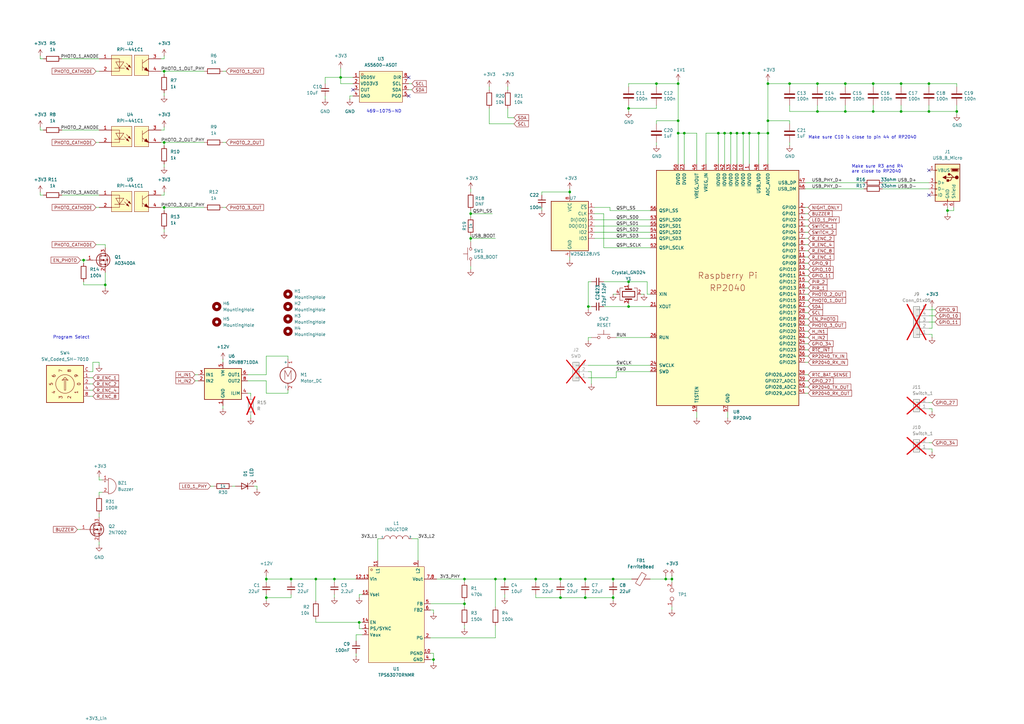
<source format=kicad_sch>
(kicad_sch (version 20231120) (generator "eeschema") (generator_version "8.0")
  (paper "A3")
  (junction (at 278.13 54.61))
  (junction (at 278.13 49.53))
  (junction (at 323.85 34.29))
  (junction (at 369.57 45.72))
  (junction (at 257.81 44.45))
  (junction (at -160.02 317.5))
  (junction (at 139.7 31.75))
  (junction (at 39.37 300.99))
  (junction (at -146.05 275.59))
  (junction (at 193.04 87.63))
  (junction (at 297.18 54.61))
  (junction (at -173.99 284.48))
  (junction (at 137.16 237.49))
  (junction (at -146.05 284.48))
  (junction (at 129.54 237.49))
  (junction (at -40.64 298.45))
  (junction (at 358.14 34.29))
  (junction (at 12.7 407.67))
  (junction (at 67.31 58.42))
  (junction (at 241.3 125.73))
  (junction (at 147.32 255.27))
  (junction (at 381 45.72))
  (junction (at 67.31 85.09))
  (junction (at 203.2 237.49))
  (junction (at 251.46 245.11))
  (junction (at -144.78 171.45))
  (junction (at 177.8 270.51))
  (junction (at -143.51 184.15))
  (junction (at 314.96 54.61))
  (junction (at 109.22 245.11))
  (junction (at 179.07 383.54))
  (junction (at 190.5 247.65))
  (junction (at 369.57 34.29))
  (junction (at -144.78 168.91))
  (junction (at -143.51 181.61))
  (junction (at 109.22 237.49))
  (junction (at -144.78 163.83))
  (junction (at 278.13 34.29))
  (junction (at -33.02 303.53))
  (junction (at -171.45 284.48))
  (junction (at 207.01 237.49))
  (junction (at 233.68 78.74))
  (junction (at 358.14 45.72))
  (junction (at 193.04 97.79))
  (junction (at 275.59 237.49))
  (junction (at 280.67 54.61))
  (junction (at 190.5 237.49))
  (junction (at 33.02 407.67))
  (junction (at 335.28 34.29))
  (junction (at -143.51 179.07))
  (junction (at 346.71 45.72))
  (junction (at 335.28 45.72))
  (junction (at 294.64 54.61))
  (junction (at 307.34 54.61))
  (junction (at 251.46 237.49))
  (junction (at 240.03 245.11))
  (junction (at 314.96 49.53))
  (junction (at 229.87 237.49))
  (junction (at 240.03 237.49))
  (junction (at 392.43 45.72))
  (junction (at 311.15 54.61))
  (junction (at 43.18 116.84))
  (junction (at 48.26 356.87))
  (junction (at 302.26 54.61))
  (junction (at 257.81 125.73))
  (junction (at 381 34.29))
  (junction (at 181.61 330.2))
  (junction (at 67.31 29.21))
  (junction (at 55.88 322.58))
  (junction (at 346.71 34.29))
  (junction (at 388.62 86.36))
  (junction (at -173.99 294.64))
  (junction (at 119.38 237.49))
  (junction (at 299.72 54.61))
  (junction (at -20.32 303.53))
  (junction (at 304.8 54.61))
  (junction (at -160.02 327.66))
  (junction (at 273.05 237.49))
  (junction (at 229.87 245.11))
  (junction (at 314.96 34.29))
  (junction (at 219.71 237.49))
  (junction (at -143.51 186.69))
  (junction (at 34.29 106.68))
  (junction (at 257.81 115.57))
  (junction (at 269.24 34.29))
  (no_connect (at -130.81 166.37))
  (no_connect (at 72.39 341.63))
  (no_connect (at -124.46 168.91))
  (no_connect (at -130.81 179.07))
  (no_connect (at -130.81 171.45))
  (no_connect (at -124.46 184.15))
  (no_connect (at -111.76 181.61))
  (no_connect (at -130.81 176.53))
  (no_connect (at -124.46 181.61))
  (no_connect (at -25.4 154.94))
  (no_connect (at -130.81 168.91))
  (no_connect (at 381 80.01))
  (no_connect (at -124.46 163.83))
  (no_connect (at -35.56 157.48))
  (no_connect (at -25.4 144.78))
  (no_connect (at -124.46 173.99))
  (no_connect (at 167.64 39.37))
  (no_connect (at -130.81 163.83))
  (no_connect (at -130.81 186.69))
  (no_connect (at -111.76 184.15))
  (no_connect (at 72.39 346.71))
  (no_connect (at -124.46 186.69))
  (no_connect (at 82.55 344.17))
  (no_connect (at -130.81 173.99))
  (no_connect (at -111.76 186.69))
  (no_connect (at -111.76 168.91))
  (no_connect (at -124.46 171.45))
  (no_connect (at 52.07 314.96))
  (no_connect (at -135.89 325.12))
  (no_connect (at 40.64 353.06))
  (no_connect (at -124.46 176.53))
  (no_connect (at 381 69.85))
  (no_connect (at -124.46 179.07))
  (no_connect (at -124.46 166.37))
  (no_connect (at -25.4 160.02))
  (no_connect (at 144.78 36.83))
  (no_connect (at -130.81 184.15))
  (no_connect (at -111.76 171.45))
  (no_connect (at -130.81 181.61))
  (no_connect (at -111.76 163.83))
  (no_connect (at -111.76 179.07))
  (no_connect (at -111.76 173.99))
  (no_connect (at -111.76 166.37))
  (no_connect (at 167.64 31.75))
  (no_connect (at -111.76 176.53))
  (wire (pts (xy 16.51 53.34) (xy 17.78 53.34)))
  (wire (pts (xy 392.43 43.18) (xy 392.43 45.72)))
  (wire (pts (xy 177.8 267.97) (xy 177.8 270.51)))
  (wire (pts (xy 133.35 31.75) (xy 139.7 31.75)))
  (wire (pts (xy 133.35 34.29) (xy 133.35 31.75)))
  (wire (pts (xy 43.18 100.33) (xy 43.18 101.6)))
  (wire (pts (xy 146.05 260.35) (xy 148.59 260.35)))
  (wire (pts (xy 275.59 237.49) (xy 275.59 238.76)))
  (wire (pts (xy 381 184.15) (xy 382.27 184.15)))
  (wire (pts (xy 143.51 325.12) (xy 143.51 323.85)))
  (wire (pts (xy 251.46 243.84) (xy 251.46 245.11)))
  (wire (pts (xy -156.21 327.66) (xy -160.02 327.66)))
  (wire (pts (xy 55.88 307.34) (xy 55.88 308.61)))
  (wire (pts (xy 40.64 222.25) (xy 40.64 223.52)))
  (wire (pts (xy 36.83 162.56) (xy 38.1 162.56)))
  (wire (pts (xy 247.65 87.63) (xy 247.65 101.6)))
  (wire (pts (xy 298.45 168.91) (xy 298.45 171.45)))
  (wire (pts (xy 109.22 153.67) (xy 109.22 146.05)))
  (wire (pts (xy -146.05 332.74) (xy -146.05 334.01)))
  (wire (pts (xy -55.88 210.82) (xy -54.61 210.82)))
  (wire (pts (xy 40.64 24.13) (xy 25.4 24.13)))
  (wire (pts (xy 41.91 196.85) (xy 40.64 196.85)))
  (wire (pts (xy -54.61 213.36) (xy -54.61 214.63)))
  (wire (pts (xy 323.85 34.29) (xy 335.28 34.29)))
  (wire (pts (xy 67.31 85.09) (xy 83.82 85.09)))
  (wire (pts (xy 266.7 152.4) (xy 252.73 152.4)))
  (wire (pts (xy 184.15 313.69) (xy 182.88 313.69)))
  (wire (pts (xy 38.1 148.59) (xy 38.1 152.4)))
  (wire (pts (xy 105.41 199.39) (xy 105.41 200.66)))
  (wire (pts (xy 181.61 330.2) (xy 181.61 326.39)))
  (wire (pts (xy 266.7 138.43) (xy 252.73 138.43)))
  (wire (pts (xy 304.8 67.31) (xy 304.8 54.61)))
  (wire (pts (xy 203.2 237.49) (xy 203.2 248.92)))
  (wire (pts (xy -41.91 303.53) (xy -33.02 303.53)))
  (wire (pts (xy -55.88 213.36) (xy -54.61 213.36)))
  (wire (pts (xy 361.95 77.47) (xy 381 77.47)))
  (wire (pts (xy 269.24 50.8) (xy 269.24 49.53)))
  (wire (pts (xy -146.05 275.59) (xy -146.05 284.48)))
  (wire (pts (xy 219.71 245.11) (xy 229.87 245.11)))
  (wire (pts (xy -40.64 290.83) (xy -40.64 298.45)))
  (wire (pts (xy 330.2 133.35) (xy 331.47 133.35)))
  (wire (pts (xy 346.71 34.29) (xy 358.14 34.29)))
  (wire (pts (xy 330.2 100.33) (xy 331.47 100.33)))
  (wire (pts (xy 140.97 383.54) (xy 142.24 383.54)))
  (wire (pts (xy 137.16 237.49) (xy 137.16 238.76)))
  (wire (pts (xy 16.51 78.74) (xy 16.51 80.01)))
  (wire (pts (xy 109.22 245.11) (xy 109.22 246.38)))
  (wire (pts (xy -143.51 176.53) (xy -143.51 179.07)))
  (wire (pts (xy 302.26 54.61) (xy 304.8 54.61)))
  (wire (pts (xy 307.34 54.61) (xy 307.34 67.31)))
  (wire (pts (xy 31.75 217.17) (xy 33.02 217.17)))
  (wire (pts (xy -40.64 298.45) (xy -40.64 306.07)))
  (wire (pts (xy -162.56 274.32) (xy -162.56 275.59)))
  (wire (pts (xy 252.73 154.94) (xy 252.73 152.4)))
  (wire (pts (xy 129.54 255.27) (xy 129.54 254)))
  (wire (pts (xy 190.5 247.65) (xy 190.5 248.92)))
  (wire (pts (xy -54.61 194.31) (xy -54.61 195.58)))
  (wire (pts (xy 257.81 125.73) (xy 266.7 125.73)))
  (wire (pts (xy 36.83 154.94) (xy 38.1 154.94)))
  (wire (pts (xy 101.6 161.29) (xy 102.87 161.29)))
  (wire (pts (xy 48.26 345.44) (xy 48.26 344.17)))
  (wire (pts (xy 140.97 381) (xy 142.24 381)))
  (wire (pts (xy 257.81 43.18) (xy 257.81 44.45)))
  (wire (pts (xy 33.02 407.67) (xy 33.02 408.94)))
  (wire (pts (xy 86.36 199.39) (xy 87.63 199.39)))
  (wire (pts (xy 176.53 270.51) (xy 177.8 270.51)))
  (wire (pts (xy 55.88 351.79) (xy 72.39 351.79)))
  (wire (pts (xy 382.27 137.16) (xy 382.27 138.43)))
  (wire (pts (xy 257.81 115.57) (xy 265.43 115.57)))
  (wire (pts (xy 381 134.62) (xy 382.27 134.62)))
  (wire (pts (xy 278.13 33.02) (xy 278.13 34.29)))
  (wire (pts (xy 257.81 125.73) (xy 257.81 124.46)))
  (wire (pts (xy 67.31 29.21) (xy 67.31 30.48)))
  (wire (pts (xy 167.64 34.29) (xy 168.91 34.29)))
  (wire (pts (xy -41.91 295.91) (xy -39.37 295.91)))
  (wire (pts (xy 40.64 196.85) (xy 40.64 195.58)))
  (wire (pts (xy 369.57 34.29) (xy 381 34.29)))
  (wire (pts (xy 119.38 245.11) (xy 119.38 243.84)))
  (wire (pts (xy -144.78 173.99) (xy -144.78 171.45)))
  (wire (pts (xy 243.84 90.17) (xy 266.7 90.17)))
  (wire (pts (xy 193.04 86.36) (xy 193.04 87.63)))
  (wire (pts (xy 48.26 356.87) (xy 72.39 356.87)))
  (wire (pts (xy 208.28 48.26) (xy 210.82 48.26)))
  (wire (pts (xy 67.31 38.1) (xy 67.31 39.37)))
  (wire (pts (xy 381 129.54) (xy 383.54 129.54)))
  (wire (pts (xy 229.87 237.49) (xy 240.03 237.49)))
  (wire (pts (xy 330.2 85.09) (xy 331.47 85.09)))
  (wire (pts (xy 330.2 105.41) (xy 331.47 105.41)))
  (wire (pts (xy 179.07 383.54) (xy 179.07 384.81)))
  (wire (pts (xy -143.51 173.99) (xy -144.78 173.99)))
  (wire (pts (xy 257.81 44.45) (xy 269.24 44.45)))
  (wire (pts (xy 330.2 92.71) (xy 331.47 92.71)))
  (wire (pts (xy 330.2 87.63) (xy 331.47 87.63)))
  (wire (pts (xy 241.3 125.73) (xy 241.3 115.57)))
  (wire (pts (xy 170.18 367.03) (xy 172.72 367.03)))
  (wire (pts (xy 172.72 327.66) (xy 172.72 313.69)))
  (wire (pts (xy 335.28 43.18) (xy 335.28 45.72)))
  (wire (pts (xy 381 45.72) (xy 369.57 45.72)))
  (wire (pts (xy 346.71 45.72) (xy 335.28 45.72)))
  (wire (pts (xy 330.2 95.25) (xy 331.47 95.25)))
  (wire (pts (xy 203.2 97.79) (xy 193.04 97.79)))
  (wire (pts (xy 392.43 35.56) (xy 392.43 34.29)))
  (wire (pts (xy 381 127) (xy 383.54 127)))
  (wire (pts (xy 222.25 80.01) (xy 222.25 78.74)))
  (wire (pts (xy 382.27 134.62) (xy 382.27 125.73)))
  (wire (pts (xy 67.31 85.09) (xy 66.04 85.09)))
  (wire (pts (xy 201.93 87.63) (xy 193.04 87.63)))
  (wire (pts (xy 240.03 237.49) (xy 251.46 237.49)))
  (wire (pts (xy 167.64 383.54) (xy 179.07 383.54)))
  (wire (pts (xy -147.32 168.91) (xy -144.78 168.91)))
  (wire (pts (xy 40.64 80.01) (xy 25.4 80.01)))
  (wire (pts (xy 358.14 35.56) (xy 358.14 34.29)))
  (wire (pts (xy 330.2 135.89) (xy 331.47 135.89)))
  (wire (pts (xy 265.43 120.65) (xy 266.7 120.65)))
  (wire (pts (xy 269.24 34.29) (xy 278.13 34.29)))
  (wire (pts (xy 207.01 238.76) (xy 207.01 237.49)))
  (wire (pts (xy 146.05 267.97) (xy 146.05 269.24)))
  (wire (pts (xy 16.51 80.01) (xy 17.78 80.01)))
  (wire (pts (xy -170.18 330.2) (xy -170.18 317.5)))
  (wire (pts (xy 118.11 146.05) (xy 118.11 147.32)))
  (wire (pts (xy -33.02 300.99) (xy -41.91 300.99)))
  (wire (pts (xy 129.54 237.49) (xy 137.16 237.49)))
  (wire (pts (xy 39.37 335.28) (xy 39.37 336.55)))
  (wire (pts (xy 101.6 153.67) (xy 109.22 153.67)))
  (wire (pts (xy 314.96 33.02) (xy 314.96 34.29)))
  (wire (pts (xy 40.64 203.2) (xy 40.64 201.93)))
  (wire (pts (xy 311.15 67.31) (xy 311.15 54.61)))
  (wire (pts (xy -143.51 181.61) (xy -143.51 184.15)))
  (wire (pts (xy 109.22 156.21) (xy 109.22 161.29)))
  (wire (pts (xy 358.14 45.72) (xy 346.71 45.72)))
  (wire (pts (xy 91.44 29.21) (xy 92.71 29.21)))
  (wire (pts (xy 229.87 245.11) (xy 240.03 245.11)))
  (wire (pts (xy 25.4 320.04) (xy 26.67 320.04)))
  (wire (pts (xy 144.78 34.29) (xy 139.7 34.29)))
  (wire (pts (xy 119.38 237.49) (xy 129.54 237.49)))
  (wire (pts (xy 241.3 138.43) (xy 242.57 138.43)))
  (wire (pts (xy 330.2 138.43) (xy 331.47 138.43)))
  (wire (pts (xy 346.71 43.18) (xy 346.71 45.72)))
  (wire (pts (xy 171.45 345.44) (xy 171.45 346.71)))
  (wire (pts (xy 241.3 139.7) (xy 241.3 138.43)))
  (wire (pts (xy 381 132.08) (xy 383.54 132.08)))
  (wire (pts (xy -160.02 327.66) (xy -160.02 330.2)))
  (wire (pts (xy 381 43.18) (xy 381 45.72)))
  (wire (pts (xy -171.45 284.48) (xy -156.21 284.48)))
  (wire (pts (xy -170.18 317.5) (xy -160.02 317.5)))
  (wire (pts (xy 34.29 106.68) (xy 35.56 106.68)))
  (wire (pts (xy 247.65 125.73) (xy 257.81 125.73)))
  (wire (pts (xy -135.89 320.04) (xy -134.62 320.04)))
  (wire (pts (xy 66.04 53.34) (xy 67.31 53.34)))
  (wire (pts (xy 299.72 67.31) (xy 299.72 54.61)))
  (wire (pts (xy 167.64 378.46) (xy 168.91 378.46)))
  (wire (pts (xy 67.31 29.21) (xy 83.82 29.21)))
  (wire (pts (xy 323.85 50.8) (xy 323.85 49.53)))
  (wire (pts (xy 39.37 299.72) (xy 39.37 300.99)))
  (wire (pts (xy 109.22 161.29) (xy 118.11 161.29)))
  (wire (pts (xy 330.2 140.97) (xy 331.47 140.97)))
  (wire (pts (xy -144.78 168.91) (xy -143.51 168.91)))
  (wire (pts (xy 266.7 237.49) (xy 273.05 237.49)))
  (wire (pts (xy 381 137.16) (xy 382.27 137.16)))
  (wire (pts (xy 314.96 49.53) (xy 314.96 54.61)))
  (wire (pts (xy -41.91 288.29) (xy -39.37 288.29)))
  (wire (pts (xy 330.2 102.87) (xy 331.47 102.87)))
  (wire (pts (xy -173.99 284.48) (xy -171.45 284.48)))
  (wire (pts (xy -31.75 194.31) (xy -31.75 195.58)))
  (wire (pts (xy -143.51 166.37) (xy -144.78 166.37)))
  (wire (pts (xy 330.2 90.17) (xy 331.47 90.17)))
  (wire (pts (xy 307.34 54.61) (xy 311.15 54.61)))
  (wire (pts (xy 193.04 97.79) (xy 193.04 99.06)))
  (wire (pts (xy 36.83 152.4) (xy 38.1 152.4)))
  (wire (pts (xy 16.51 52.07) (xy 16.51 53.34)))
  (wire (pts (xy -20.32 149.86) (xy -25.4 149.86)))
  (wire (pts (xy -144.78 171.45) (xy -143.51 171.45)))
  (wire (pts (xy 257.81 34.29) (xy 269.24 34.29)))
  (wire (pts (xy -144.78 166.37) (xy -144.78 163.83)))
  (wire (pts (xy 34.29 116.84) (xy 43.18 116.84)))
  (wire (pts (xy 171.45 220.98) (xy 171.45 229.87)))
  (wire (pts (xy 67.31 85.09) (xy 67.31 86.36)))
  (wire (pts (xy 240.03 245.11) (xy 240.03 243.84)))
  (wire (pts (xy 369.57 45.72) (xy 358.14 45.72)))
  (wire (pts (xy 294.64 54.61) (xy 297.18 54.61)))
  (wire (pts (xy 36.83 157.48) (xy 38.1 157.48)))
  (wire (pts (xy 200.66 50.8) (xy 210.82 50.8)))
  (wire (pts (xy 289.56 67.31) (xy 289.56 54.61)))
  (wire (pts (xy 391.16 85.09) (xy 391.16 86.36)))
  (wire (pts (xy 369.57 43.18) (xy 369.57 45.72)))
  (wire (pts (xy 285.75 67.31) (xy 285.75 54.61)))
  (wire (pts (xy 40.64 210.82) (xy 40.64 212.09)))
  (wire (pts (xy 176.53 261.62) (xy 203.2 261.62)))
  (wire (pts (xy 241.3 115.57) (xy 242.57 115.57)))
  (wire (pts (xy 219.71 245.11) (xy 219.71 243.84)))
  (wire (pts (xy 179.07 389.89) (xy 179.07 391.16)))
  (wire (pts (xy -173.99 294.64) (xy -171.45 294.64)))
  (wire (pts (xy -20.32 151.13) (xy -20.32 149.86)))
  (wire (pts (xy 55.88 316.23) (xy 55.88 322.58)))
  (wire (pts (xy -33.02 213.36) (xy -31.75 213.36)))
  (wire (pts (xy 139.7 31.75) (xy 139.7 34.29)))
  (wire (pts (xy 257.81 44.45) (xy 257.81 45.72)))
  (wire (pts (xy 167.64 381) (xy 170.18 381)))
  (wire (pts (xy -41.91 285.75) (xy -39.37 285.75)))
  (wire (pts (xy 243.84 97.79) (xy 266.7 97.79)))
  (wire (pts (xy 144.78 39.37) (xy 143.51 39.37)))
  (wire (pts (xy 55.88 322.58) (xy 55.88 351.79)))
  (wire (pts (xy 330.2 143.51) (xy 331.47 143.51)))
  (wire (pts (xy 109.22 245.11) (xy 109.22 243.84)))
  (wire (pts (xy -143.51 184.15) (xy -143.51 186.69)))
  (wire (pts (xy 15.24 407.67) (xy 12.7 407.67)))
  (wire (pts (xy -143.51 186.69) (xy -143.51 187.96)))
  (wire (pts (xy 147.32 255.27) (xy 148.59 255.27)))
  (wire (pts (xy -148.59 284.48) (xy -146.05 284.48)))
  (wire (pts (xy 330.2 158.75) (xy 331.47 158.75)))
  (wire (pts (xy 369.57 35.56) (xy 369.57 34.29)))
  (wire (pts (xy 297.18 54.61) (xy 299.72 54.61)))
  (wire (pts (xy -142.24 285.75) (xy -142.24 284.48)))
  (wire (pts (xy 25.4 325.12) (xy 26.67 325.12)))
  (wire (pts (xy 30.48 302.26) (xy 30.48 300.99)))
  (wire (pts (xy 91.44 58.42) (xy 92.71 58.42)))
  (wire (pts (xy 140.97 378.46) (xy 140.97 377.19)))
  (wire (pts (xy 142.24 378.46) (xy 140.97 378.46)))
  (wire (pts (xy 207.01 245.11) (xy 207.01 243.84)))
  (wire (pts (xy 48.26 356.87) (xy 44.45 356.87)))
  (wire (pts (xy 250.19 86.36) (xy 266.7 86.36)))
  (wire (pts (xy 36.83 160.02) (xy 38.1 160.02)))
  (wire (pts (xy 278.13 49.53) (xy 278.13 54.61)))
  (wire (pts (xy 311.15 54.61) (xy 314.96 54.61)))
  (wire (pts (xy 30.48 307.34) (xy 30.48 308.61)))
  (wire (pts (xy 167.64 36.83) (xy 168.91 36.83)))
  (wire (pts (xy 285.75 54.61) (xy 280.67 54.61)))
  (wire (pts (xy -55.88 194.31) (xy -54.61 194.31)))
  (wire (pts (xy 139.7 31.75) (xy 144.78 31.75)))
  (wire (pts (xy 193.04 77.47) (xy 193.04 78.74)))
  (wire (pts (xy 16.51 24.13) (xy 17.78 24.13)))
  (wire (pts (xy 33.02 414.02) (xy 33.02 415.29)))
  (wire (pts (xy -173.99 303.53) (xy -173.99 306.07)))
  (wire (pts (xy -171.45 293.37) (xy -171.45 294.64)))
  (wire (pts (xy 330.2 148.59) (xy 331.47 148.59)))
  (wire (pts (xy 170.18 327.66) (xy 172.72 327.66)))
  (wire (pts (xy 67.31 80.01) (xy 67.31 78.74)))
  (wire (pts (xy 143.51 327.66) (xy 144.78 327.66)))
  (wire (pts (xy 330.2 107.95) (xy 331.47 107.95)))
  (wire (pts (xy 381 165.1) (xy 382.27 165.1)))
  (wire (pts (xy 135.89 327.66) (xy 129.54 327.66)))
  (wire (pts (xy 250.19 86.36) (xy 250.19 85.09)))
  (wire (pts (xy 294.64 67.31) (xy 294.64 54.61)))
  (wire (pts (xy -31.75 213.36) (xy -31.75 214.63)))
  (wire (pts (xy 193.04 87.63) (xy 193.04 88.9)))
  (wire (pts (xy 102.87 170.18) (xy 102.87 171.45)))
  (wire (pts (xy 193.04 96.52) (xy 193.04 97.79)))
  (wire (pts (xy 12.7 414.02) (xy 12.7 415.29)))
  (wire (pts (xy 144.78 325.12) (xy 143.51 325.12)))
  (wire (pts (xy 323.85 35.56) (xy 323.85 34.29)))
  (wire (pts (xy 193.04 109.22) (xy 193.04 110.49)))
  (wire (pts (xy -55.88 191.77) (xy -54.61 191.77)))
  (wire (pts (xy 382.27 184.15) (xy 382.27 185.42)))
  (wire (pts (xy 109.22 237.49) (xy 109.22 238.76)))
  (wire (pts (xy 208.28 44.45) (xy 208.28 48.26)))
  (wire (pts (xy 200.66 35.56) (xy 200.66 36.83)))
  (wire (pts (xy -160.02 318.77) (xy -160.02 317.5)))
  (wire (pts (xy 304.8 54.61) (xy 307.34 54.61)))
  (wire (pts (xy -36.83 147.32) (xy -35.56 147.32)))
  (wire (pts (xy 40.64 148.59) (xy 40.64 149.86)))
  (wire (pts (xy 176.53 247.65) (xy 190.5 247.65)))
  (wire (pts (xy 361.95 74.93) (xy 381 74.93)))
  (wire (pts (xy 148.59 257.81) (xy 147.32 257.81)))
  (wire (pts (xy -173.99 295.91) (xy -173.99 294.64)))
  (wire (pts (xy 143.51 330.2) (xy 144.78 330.2)))
  (wire (pts (xy 233.68 77.47) (xy 233.68 78.74)))
  (wire (pts (xy 269.24 35.56) (xy 269.24 34.29)))
  (wire (pts (xy -171.45 284.48) (xy -171.45 285.75)))
  (wire (pts (xy 381 34.29) (xy 392.43 34.29)))
  (wire (pts (xy 176.53 267.97) (xy 177.8 267.97)))
  (wire (pts (xy 330.2 120.65) (xy 331.47 120.65)))
  (wire (pts (xy 330.2 161.29) (xy 331.47 161.29)))
  (wire (pts (xy 176.53 250.19) (xy 177.8 250.19)))
  (wire (pts (xy -142.24 284.48) (xy -146.05 284.48)))
  (wire (pts (xy 240.03 245.11) (xy 251.46 245.11)))
  (wire (pts (xy 381 35.56) (xy 381 34.29)))
  (wire (pts (xy 177.8 270.51) (xy 177.8 271.78)))
  (wire (pts (xy 40.64 360.68) (xy 40.64 361.95)))
  (wire (pts (xy 67.31 24.13) (xy 67.31 22.86)))
  (wire (pts (xy 219.71 237.49) (xy 229.87 237.49)))
  (wire (pts (xy 109.22 146.05) (xy 118.11 146.05)))
  (wire (pts (xy -170.18 335.28) (xy -170.18 336.55)))
  (wire (pts (xy 299.72 54.61) (xy 302.26 54.61)))
  (wire (pts (xy -143.51 179.07) (xy -143.51 181.61)))
  (wire (pts (xy 314.96 49.53) (xy 323.85 49.53)))
  (wire (pts (xy 80.01 153.67) (xy 81.28 153.67)))
  (wire (pts (xy 147.32 243.84) (xy 147.32 245.11)))
  (wire (pts (xy 104.14 199.39) (xy 105.41 199.39)))
  (wire (pts (xy 335.28 34.29) (xy 346.71 34.29)))
  (wire (pts (xy 330.2 146.05) (xy 331.47 146.05)))
  (wire (pts (xy 247.65 115.57) (xy 257.81 115.57)))
  (wire (pts (xy 222.25 85.09) (xy 222.25 86.36)))
  (wire (pts (xy 269.24 44.45) (xy 269.24 43.18)))
  (wire (pts (xy 101.6 156.21) (xy 109.22 156.21)))
  (wire (pts (xy -144.78 171.45) (xy -144.78 168.91)))
  (wire (pts (xy 133.35 381) (xy 127 381)))
  (wire (pts (xy 181.61 330.2) (xy 181.61 331.47)))
  (wire (pts (xy 280.67 67.31) (xy 280.67 54.61)))
  (wire (pts (xy -190.5 284.48) (xy -184.15 284.48)))
  (wire (pts (xy 243.84 95.25) (xy 266.7 95.25)))
  (wire (pts (xy 330.2 156.21) (xy 331.47 156.21)))
  (wire (pts (xy 146.05 262.89) (xy 146.05 260.35)))
  (wire (pts (xy 388.62 86.36) (xy 388.62 87.63)))
  (wire (pts (xy 82.55 354.33) (xy 83.82 354.33)))
  (wire (pts (xy 273.05 236.22) (xy 273.05 237.49)))
  (wire (pts (xy 241.3 154.94) (xy 252.73 154.94)))
  (wire (pts (xy -135.89 317.5) (xy -134.62 317.5)))
  (wire (pts (xy 52.07 322.58) (xy 55.88 322.58)))
  (wire (pts (xy 22.86 415.29) (xy 22.86 416.56)))
  (wire (pts (xy 330.2 115.57) (xy 331.47 115.57)))
  (wire (pts (xy 240.03 238.76) (xy 240.03 237.49)))
  (wire (pts (xy 67.31 29.21) (xy 66.04 29.21)))
  (wire (pts (xy 48.26 353.06) (xy 48.26 356.87)))
  (wire (pts (xy 91.44 147.32) (xy 91.44 148.59)))
  (wire (pts (xy -160.02 335.28) (xy -160.02 336.55)))
  (wire (pts (xy 330.2 128.27) (xy 331.47 128.27)))
  (wire (pts (xy 43.18 116.84) (xy 43.18 118.11)))
  (wire (pts (xy 269.24 58.42) (xy 269.24 59.69)))
  (wire (pts (xy 275.59 248.92) (xy 275.59 250.19)))
  (wire (pts (xy 314.96 34.29) (xy 314.96 49.53)))
  (wire (pts (xy -144.78 163.83) (xy -143.51 163.83)))
  (wire (pts (xy 269.24 49.53) (xy 278.13 49.53)))
  (wire (pts (xy 208.28 35.56) (xy 208.28 36.83)))
  (wire (pts (xy -160.02 327.66) (xy -160.02 326.39)))
  (wire (pts (xy 392.43 45.72) (xy 392.43 46.99)))
  (wire (pts (xy 335.28 35.56) (xy 335.28 34.29)))
  (wire (pts (xy 91.44 166.37) (xy 91.44 167.64)))
  (wire (pts (xy 39.37 58.42) (xy 40.64 58.42)))
  (wire (pts (xy 250.19 85.09) (xy 243.84 85.09)))
  (wire (pts (xy 67.31 93.98) (xy 67.31 95.25)))
  (wire (pts (xy 265.43 115.57) (xy 265.43 120.65)))
  (wire (pts (xy 127 381) (xy 127 379.73)))
  (wire (pts (xy 278.13 54.61) (xy 278.13 67.31)))
  (wire (pts (xy 358.14 43.18) (xy 358.14 45.72)))
  (wire (pts (xy 314.96 34.29) (xy 323.85 34.29)))
  (wire (pts (xy 330.2 123.19) (xy 331.47 123.19)))
  (wire (pts (xy 129.54 327.66) (xy 129.54 326.39)))
  (wire (pts (xy 39.37 406.4) (xy 39.37 407.67)))
  (wire (pts (xy -160.02 317.5) (xy -156.21 317.5)))
  (wire (pts (xy 251.46 238.76) (xy 251.46 237.49)))
  (wire (pts (xy 381 181.61) (xy 382.27 181.61)))
  (wire (pts (xy 330.2 110.49) (xy 331.47 110.49)))
  (wire (pts (xy 34.29 107.95) (xy 34.29 106.68)))
  (wire (pts (xy 168.91 378.46) (xy 168.91 391.16)))
  (wire (pts (xy -20.32 303.53) (xy -12.7 303.53)))
  (wire (pts (xy 12.7 407.67) (xy 12.7 408.94)))
  (wire (pts (xy -173.99 284.48) (xy -173.99 289.56)))
  (wire (pts (xy -175.26 289.56) (xy -173.99 289.56)))
  (wire (pts (xy 330.2 97.79) (xy 331.47 97.79)))
  (wire (pts (xy 170.18 325.12) (xy 171.45 325.12)))
  (wire (pts (xy 40.64 53.34) (xy 25.4 53.34)))
  (wire (pts (xy 335.28 45.72) (xy 323.85 45.72)))
  (wire (pts (xy -41.91 290.83) (xy -40.64 290.83)))
  (wire (pts (xy 140.97 384.81) (xy 140.97 383.54)))
  (wire (pts (xy 143.51 39.37) (xy 143.51 40.64)))
  (wire (pts (xy 275.59 236.22) (xy 275.59 237.49)))
  (wire (pts (xy 241.3 149.86) (xy 266.7 149.86)))
  (wire (pts (xy 222.25 78.74) (xy 233.68 78.74)))
  (wire (pts (xy 154.94 229.87) (xy 154.94 220.98)))
  (wire (pts (xy 129.54 255.27) (xy 147.32 255.27)))
  (wire (pts (xy 241.3 125.73) (xy 242.57 125.73)))
  (wire (pts (xy 34.29 115.57) (xy 34.29 116.84)))
  (wire (pts (xy 16.51 22.86) (xy 16.51 24.13)))
  (wire (pts (xy -176.53 284.48) (xy -173.99 284.48)))
  (wire (pts (xy 257.81 115.57) (xy 257.81 116.84)))
  (wire (pts (xy 43.18 111.76) (xy 43.18 116.84)))
  (wire (pts (xy 66.04 24.13) (xy 67.31 24.13)))
  (wire (pts (xy 67.31 58.42) (xy 83.82 58.42)))
  (wire (pts (xy 177.8 250.19) (xy 177.8 251.46)))
  (wire (pts (xy -12.7 302.26) (xy -12.7 303.53)))
  (wire (pts (xy 102.87 161.29) (xy 102.87 162.56)))
  (wire (pts (xy -135.89 327.66) (xy -134.62 327.66)))
  (wire (pts (xy 148.59 243.84) (xy 147.32 243.84)))
  (wire (pts (xy 147.32 255.27) (xy 147.32 257.81)))
  (wire (pts (xy 190.5 256.54) (xy 190.5 257.81)))
  (wire (pts (xy 33.02 106.68) (xy 34.29 106.68)))
  (wire (pts (xy 247.65 101.6) (xy 266.7 101.6)))
  (wire (pts (xy 67.31 58.42) (xy 66.04 58.42)))
  (wire (pts (xy 109.22 237.49) (xy 109.22 236.22)))
  (wire (pts (xy 323.85 43.18) (xy 323.85 45.72)))
  (wire (pts (xy 330.2 118.11) (xy 331.47 118.11)))
  (wire (pts (xy 229.87 245.11) (xy 229.87 243.84)))
  (wire (pts (xy 330.2 125.73) (xy 331.47 125.73)))
  (wire (pts (xy -33.02 300.99) (xy -33.02 303.53)))
  (wire (pts (xy 330.2 113.03) (xy 331.47 113.03)))
  (wire (pts (xy 278.13 34.29) (xy 278.13 49.53)))
  (wire (pts (xy 297.18 67.31) (xy 297.18 54.61)))
  (wire (pts (xy 243.84 87.63) (xy 247.65 87.63)))
  (wire (pts (xy -146.05 284.48) (xy -146.05 312.42)))
  (wire (pts (xy -41.91 298.45) (xy -40.64 298.45)))
  (wire (pts (xy 314.96 54.61) (xy 314.96 67.31)))
  (wire (pts (xy -151.13 275.59) (xy -146.05 275.59)))
  (wire (pts (xy 129.54 237.49) (xy 129.54 246.38)))
  (wire (pts (xy 200.66 44.45) (xy 200.66 50.8)))
  (wire (pts (xy 242.57 152.4) (xy 242.57 157.48)))
  (wire (pts (xy 257.81 35.56) (xy 257.81 34.29)))
  (wire (pts (xy 330.2 153.67) (xy 331.47 153.67)))
  (wire (pts (xy 168.91 398.78) (xy 168.91 400.05)))
  (wire (pts (xy 39.37 300.99) (xy 39.37 309.88)))
  (wire (pts (xy 137.16 245.11) (xy 137.16 243.84)))
  (wire (pts (xy 67.31 53.34) (xy 67.31 52.07)))
  (wire (pts (xy 170.18 330.2) (xy 181.61 330.2)))
  (wire (pts (xy 330.2 77.47) (xy 354.33 77.47)))
  (wire (pts (xy 133.35 39.37) (xy 133.35 40.64)))
  (wire (pts (xy -173.99 294.64) (xy -173.99 292.1)))
  (wire (pts (xy 181.61 367.03) (xy 180.34 367.03)))
  (wire (pts (xy 67.31 58.42) (xy 67.31 59.69)))
  (wire (pts (xy 251.46 237.49) (xy 259.08 237.49)))
  (wire (pts (xy 154.94 220.98) (xy 156.21 220.98)))
  (wire (pts (xy -162.56 275.59) (xy -158.75 275.59)))
  (wire (pts (xy 39.37 100.33) (xy 43.18 100.33)))
  (wire (pts (xy 190.5 237.49) (xy 203.2 237.49)))
  (wire (pts (xy 170.18 381) (xy 170.18 367.03)))
  (wire (pts (xy 229.87 238.76) (xy 229.87 237.49)))
  (wire (pts (xy 381 167.64) (xy 382.27 167.64)))
  (wire (pts (xy 330.2 130.81) (xy 331.47 130.81)))
  (wire (pts (xy 39.37 29.21) (xy 40.64 29.21)))
  (wire (pts (xy 38.1 148.59) (xy 40.64 148.59)))
  (wire (pts (xy 251.46 120.65) (xy 252.73 120.65)))
  (wire (pts (xy 80.01 156.21) (xy 81.28 156.21)))
  (wire (pts (xy 203.2 261.62) (xy 203.2 256.54)))
  (wire (pts (xy -146.05 269.24) (xy -146.05 275.59)))
  (wire (pts (xy 33.02 407.67) (xy 39.37 407.67)))
  (wire (pts (xy 388.62 86.36) (xy 391.16 86.36)))
  (wire (pts (xy 179.07 237.49) (xy 190.5 237.49)))
  (wire (pts (xy 207.01 237.49) (xy 219.71 237.49)))
  (wire (pts (xy 330.2 74.93) (xy 354.33 74.93)))
  (wire (pts (xy 181.61 336.55) (xy 181.61 337.82)))
  (wire (pts (xy 95.25 199.39) (xy 96.52 199.39)))
  (wire (pts (xy 251.46 245.11) (xy 251.46 246.38)))
  (wire (pts (xy 241.3 127) (xy 241.3 125.73)))
  (wire (pts (xy 39.37 85.09) (xy 40.64 85.09)))
  (wire (pts (xy 91.44 85.09) (xy 92.71 85.09)))
  (wire (pts (xy 66.04 80.01) (xy 67.31 80.01)))
  (wire (pts (xy 233.68 78.74) (xy 233.68 80.01)))
  (wire (pts (xy 273.05 237.49) (xy 275.59 237.49)))
  (wire (pts (xy 381 45.72) (xy 392.43 45.72)))
  (wire (pts (xy 109.22 245.11) (xy 119.38 245.11)))
  (wire (pts (xy 219.71 238.76) (xy 219.71 237.49)))
  (wire (pts (xy 241.3 152.4) (xy 242.57 152.4)))
  (wire (pts (xy 119.38 237.49) (xy 119.38 238.76)))
  (wire (pts (xy 168.91 220.98) (xy 171.45 220.98)))
  (wire (pts (xy 382.27 167.64) (xy 382.27 168.91)))
  (wire (pts (xy 179.07 383.54) (xy 179.07 379.73)))
  (wire (pts (xy 30.48 300.99) (xy 39.37 300.99)))
  (wire (pts (xy 358.14 34.29) (xy 369.57 34.29)))
  (wire (pts (xy 137.16 237.49) (xy 146.05 237.49)))
  (wire (pts (xy -175.26 292.1) (xy -173.99 292.1)))
  (wire (pts (xy -142.24 290.83) (xy -142.24 304.8)))
  (wire (pts (xy 67.31 67.31) (xy 67.31 68.58)))
  (wire (pts (xy 388.62 85.09) (xy 388.62 86.36)))
  (wire (pts (xy 143.51 331.47) (xy 143.51 330.2)))
  (wire (pts (xy 30.48 407.67) (xy 33.02 407.67)))
  (wire (pts (xy 233.68 105.41) (xy 233.68 106.68)))
  (wire (pts (xy 40.64 201.93) (xy 41.91 201.93)))
  (wire (pts (xy 323.85 58.42) (xy 323.85 59.69)))
  (wire (pts (xy 171.45 325.12) (xy 171.45 337.82)))
  (wire (pts (xy -33.02 303.53) (xy -20.32 303.53)))
  (wire (pts (xy -147.32 163.83) (xy -144.78 163.83)))
  (wire (pts (xy 302.26 67.31) (xy 302.26 54.61)))
  (wire (pts (xy -33.02 191.77) (xy -31.75 191.77)))
  (wire (pts (xy -33.02 210.82) (xy -31.75 210.82)))
  (wire (pts (xy 12.7 407.67) (xy 12.7 406.4)))
  (wire (pts (xy 243.84 92.71) (xy 266.7 92.71)))
  (wire (pts (xy -20.32 302.26) (xy -20.32 303.53)))
  (wire (pts (xy 139.7 27.94) (xy 139.7 31.75)))
  (wire (pts (xy 109.22 237.49) (xy 119.38 237.49)))
  (wire (pts (xy -33.02 194.31) (xy -31.75 194.31)))
  (wire (pts (xy 285.75 168.91) (xy 285.75 171.45)))
  (wire (pts (xy 190.5 237.49) (xy 190.5 238.76)))
  (wire (pts (xy -41.91 293.37) (xy -39.37 293.37)))
  (wire (pts (xy 203.2 237.49) (xy 207.01 237.49)))
  (wire (pts (xy 289.56 54.61) (xy 294.64 54.61)))
  (wire (pts (xy 190.5 247.65) (xy 190.5 246.38)))
  (wire (pts (xy 280.67 54.61) (xy 278.13 54.61)))
  (wire (pts (xy 118.11 161.29) (xy 118.11 160.02)))
  (wire (pts (xy 172.72 313.69) (xy 175.26 313.69)))
  (wire (pts (xy 346.71 35.56) (xy 346.71 34.29)))
  (wire (pts (xy 262.89 120.65) (xy 264.16 120.65)))
  (text "Make sure R3 and R4\nare close to RP2040" (at 349.25 71.12 0) (effects (font (size 1.27 1.27)) (justify left bottom)))
  (text "Program Select" (at 29.21 138.43 0) (effects (font (size 1.27 1.27))))
  (text "Night/Day mode select\n" (at -30.48 134.62 0) (effects (font (size 1.27 1.27))))
  (text "469-1075-ND" (at 157.48 45.72 0) (effects (font (size 1.27 1.27))))
  (text "Make sure C10 is close to pin 44 of RP2040" (at 331.47 57.15 0) (effects (font (size 1.27 1.27)) (justify left bottom)))
  (text "Cage switch" (at -31.75 182.88 0) (effects (font (size 1.27 1.27))))
  (label "QSPI_SD1" (at 252.73 92.71 0))
  (label "USB_D-" (at 375.92 77.47 180))
  (label "USB_D+" (at 375.92 74.93 180))
  (label "QSPI_SD0" (at 252.73 90.17 0))
  (label "PHOTO_3_ANODE" (at 40.64 80.01 180))
  (label "USB_BOOT" (at 203.2 97.79 180))
  (label "PHOTO_1_OUT_PHY" (at 66.04 29.21 0))
  (label "PHOTO_2_OUT_PHY" (at 66.04 58.42 0))
  (label "PHOTO_2_ANODE" (at 40.64 53.34 180))
  (label "QSPI_SD3" (at 252.73 97.79 0))
  (label "PHOTO_1_ANODE" (at 40.64 24.13 180))
  (label "QSPI_SS" (at 201.93 87.63 180))
  (label "3V3_PHY" (at 180.34 237.49 0))
  (label "PIR_SENS_POT_PROG" (at 55.88 322.58 0))
  (label "USB_PHY_D+" (at 345.44 74.93 180))
  (label "QSPI_SD2" (at 252.73 95.25 0))
  (label "3V3_L2" (at 171.45 220.98 0))
  (label "SWCLK" (at 252.73 149.86 0))
  (label "3V3_L1" (at 154.94 220.98 180))
  (label "USB_PHY_D-" (at 345.44 77.47 180))
  (label "QSPI_SCLK" (at 252.73 101.6 0))
  (label "SWD" (at 252.73 152.4 0))
  (label "RUN" (at 252.73 138.43 0))
  (label "RTC_V_{DD}" (at -146.05 275.59 0))
  (label "PIR_SENS_POT_MANUAL" (at 48.26 356.87 0))
  (label "PHOTO_3_OUT_PHY" (at 66.04 85.09 0))
  (label "QSPI_SS" (at 252.73 86.36 0))
  (label "RTC_BAT" (at -173.99 284.48 0))
  (global_label "H_IN1" (shape input) (at 80.01 153.67 180) (property "Intersheetrefs" "${INTERSHEET_REFS}" (effects (hide yes))))
  (global_label "R_ENC_1" (shape input) (at 331.47 105.41 0) (property "Intersheetrefs" "${INTERSHEET_REFS}" (effects (hide yes))))
  (global_label "EN_PHOTO" (shape input) (at 331.47 130.81 0) (property "Intersheetrefs" "${INTERSHEET_REFS}" (effects (hide yes))))
  (global_label "SDA" (shape input) (at -134.62 320.04 0) (property "Intersheetrefs" "${INTERSHEET_REFS}" (effects (hide yes))))
  (global_label "GPIO_27" (shape input) (at 382.27 165.1 0) (property "Intersheetrefs" "${INTERSHEET_REFS}" (effects (hide yes))))
  (global_label "R_ENC_2" (shape input) (at 331.47 97.79 0) (property "Intersheetrefs" "${INTERSHEET_REFS}" (effects (hide yes))))
  (global_label "SCL" (shape input) (at -134.62 317.5 0) (property "Intersheetrefs" "${INTERSHEET_REFS}" (effects (hide yes))))
  (global_label "PIR_SENS_POT" (shape input) (at 83.82 354.33 0) (property "Intersheetrefs" "${INTERSHEET_REFS}" (effects (hide yes))))
  (global_label "RTC_BAT_SENSE" (shape input) (at 331.47 153.67 0) (property "Intersheetrefs" "${INTERSHEET_REFS}" (effects (hide yes))))
  (global_label "~{RTC_INT}" (shape input) (at -134.62 327.66 0) (property "Intersheetrefs" "${INTERSHEET_REFS}" (effects (hide yes))))
  (global_label "PHOTO_1_OUT" (shape input) (at 331.47 123.19 0) (property "Intersheetrefs" "${INTERSHEET_REFS}" (effects (hide yes))))
  (global_label "RP2040_RX_OUT" (shape input) (at -39.37 295.91 0) (property "Intersheetrefs" "${INTERSHEET_REFS}" (effects (hide yes))))
  (global_label "PHOTO_2_OUT" (shape input) (at 331.47 120.65 0) (property "Intersheetrefs" "${INTERSHEET_REFS}" (effects (hide yes))))
  (global_label "H_IN2" (shape input) (at 80.01 156.21 180) (property "Intersheetrefs" "${INTERSHEET_REFS}" (effects (hide yes))))
  (global_label "RP2040_TX_IN" (shape input) (at -39.37 285.75 0) (property "Intersheetrefs" "${INTERSHEET_REFS}" (effects (hide yes))))
  (global_label "RP2040_TX_OUT" (shape input) (at 331.47 158.75 0) (property "Intersheetrefs" "${INTERSHEET_REFS}" (effects (hide yes))))
  (global_label "RP2040_TX_IN" (shape input) (at 331.47 146.05 0) (property "Intersheetrefs" "${INTERSHEET_REFS}" (effects (hide yes))))
  (global_label "RP2040_TX_OUT" (shape input) (at -39.37 293.37 0) (property "Intersheetrefs" "${INTERSHEET_REFS}" (effects (hide yes))))
  (global_label "SWITCH_1" (shape input) (at -31.75 191.77 0) (property "Intersheetrefs" "${INTERSHEET_REFS}" (effects (hide yes))))
  (global_label "R_ENC_2" (shape input) (at 38.1 157.48 0) (property "Intersheetrefs" "${INTERSHEET_REFS}" (effects (hide yes))))
  (global_label "NIGHT_ONLY" (shape input) (at -36.83 147.32 180) (property "Intersheetrefs" "${INTERSHEET_REFS}" (effects (hide yes))))
  (global_label "GPIO_34" (shape input) (at 382.27 181.61 0) (property "Intersheetrefs" "${INTERSHEET_REFS}" (effects (hide yes))))
  (global_label "H_IN1" (shape input) (at 331.47 135.89 0) (property "Intersheetrefs" "${INTERSHEET_REFS}" (effects (hide yes))))
  (global_label "GPIO_34" (shape input) (at 331.47 140.97 0) (property "Intersheetrefs" "${INTERSHEET_REFS}" (effects (hide yes))))
  (global_label "SCL" (shape input) (at 168.91 34.29 0) (property "Intersheetrefs" "${INTERSHEET_REFS}" (effects (hide yes))))
  (global_label "SWITCH_2" (shape input) (at -54.61 210.82 0) (property "Intersheetrefs" "${INTERSHEET_REFS}" (effects (hide yes))))
  (global_label "R_ENC_4" (shape input) (at 38.1 160.02 0) (property "Intersheetrefs" "${INTERSHEET_REFS}" (effects (hide yes))))
  (global_label "NIGHT_ONLY" (shape input) (at 331.47 85.09 0) (property "Intersheetrefs" "${INTERSHEET_REFS}" (effects (hide yes))))
  (global_label "RTC_BAT_SENSE" (shape input) (at -190.5 284.48 180) (property "Intersheetrefs" "${INTERSHEET_REFS}" (effects (hide yes))))
  (global_label "EN_PHOTO" (shape input) (at 33.02 106.68 180) (property "Intersheetrefs" "${INTERSHEET_REFS}" (effects (hide yes))))
  (global_label "PHOTO_1_OUT" (shape input) (at 92.71 29.21 0) (property "Intersheetrefs" "${INTERSHEET_REFS}" (effects (hide yes))))
  (global_label "SDA" (shape input) (at 210.82 48.26 0) (property "Intersheetrefs" "${INTERSHEET_REFS}" (effects (hide yes))))
  (global_label "LED_1_PHY" (shape input) (at 86.36 199.39 180) (property "Intersheetrefs" "${INTERSHEET_REFS}" (effects (hide yes))))
  (global_label "PIR_1" (shape input) (at 184.15 313.69 0) (property "Intersheetrefs" "${INTERSHEET_REFS}" (effects (hide yes))))
  (global_label "PHOTO_CATHODE" (shape input) (at 39.37 58.42 180) (property "Intersheetrefs" "${INTERSHEET_REFS}" (effects (hide yes))))
  (global_label "PHOTO_3_OUT" (shape input) (at 331.47 133.35 0) (property "Intersheetrefs" "${INTERSHEET_REFS}" (effects (hide yes))))
  (global_label "PIR_2" (shape input) (at 181.61 367.03 0) (property "Intersheetrefs" "${INTERSHEET_REFS}" (effects (hide yes))))
  (global_label "SCL" (shape input) (at 25.4 325.12 180) (property "Intersheetrefs" "${INTERSHEET_REFS}" (effects (hide yes))))
  (global_label "R_ENC_1" (shape input) (at 38.1 154.94 0) (property "Intersheetrefs" "${INTERSHEET_REFS}" (effects (hide yes))))
  (global_label "PHOTO_CATHODE" (shape input) (at 39.37 85.09 180) (property "Intersheetrefs" "${INTERSHEET_REFS}" (effects (hide yes))))
  (global_label "PIR_SENS_POT" (shape input) (at 140.97 377.19 90) (property "Intersheetrefs" "${INTERSHEET_REFS}" (effects (hide yes))))
  (global_label "GPIO_10" (shape input) (at 331.47 110.49 0) (property "Intersheetrefs" "${INTERSHEET_REFS}" (effects (hide yes))))
  (global_label "GPIO_11" (shape input) (at 383.54 132.08 0) (property "Intersheetrefs" "${INTERSHEET_REFS}" (effects (hide yes))))
  (global_label "~{RTC_INT}" (shape input) (at 331.47 143.51 0) (property "Intersheetrefs" "${INTERSHEET_REFS}" (effects (hide yes))))
  (global_label "SCL" (shape input) (at 210.82 50.8 0) (property "Intersheetrefs" "${INTERSHEET_REFS}" (effects (hide yes))))
  (global_label "RP2040_RX_IN" (shape input) (at 331.47 148.59 0) (property "Intersheetrefs" "${INTERSHEET_REFS}" (effects (hide yes))))
  (global_label "SDA" (shape input) (at 25.4 320.04 180) (property "Intersheetrefs" "${INTERSHEET_REFS}" (effects (hide yes))))
  (global_label "H_IN2" (shape input) (at 331.47 138.43 0) (property "Intersheetrefs" "${INTERSHEET_REFS}" (effects (hide yes))))
  (global_label "GPIO_9" (shape input) (at 331.47 107.95 0) (property "Intersheetrefs" "${INTERSHEET_REFS}" (effects (hide yes))))
  (global_label "SCL" (shape input) (at 331.47 128.27 0) (property "Intersheetrefs" "${INTERSHEET_REFS}" (effects (hide yes))))
  (global_label "R_ENC_8" (shape input) (at 331.47 102.87 0) (property "Intersheetrefs" "${INTERSHEET_REFS}" (effects (hide yes))))
  (global_label "SWITCH_1" (shape input) (at -54.61 191.77 0) (property "Intersheetrefs" "${INTERSHEET_REFS}" (effects (hide yes))))
  (global_label "SDA" (shape input) (at 331.47 125.73 0) (property "Intersheetrefs" "${INTERSHEET_REFS}" (effects (hide yes))))
  (global_label "LED_1_PHY" (shape input) (at 331.47 90.17 0) (property "Intersheetrefs" "${INTERSHEET_REFS}" (effects (hide yes))))
  (global_label "BUZZER" (shape input) (at 331.47 87.63 0) (property "Intersheetrefs" "${INTERSHEET_REFS}" (effects (hide yes))))
  (global_label "PHOTO_CATHODE" (shape input) (at 39.37 29.21 180) (property "Intersheetrefs" "${INTERSHEET_REFS}" (effects (hide yes))))
  (global_label "GPIO_27" (shape input) (at 331.47 156.21 0) (property "Intersheetrefs" "${INTERSHEET_REFS}" (effects (hide yes))))
  (global_label "SWITCH_1" (shape input) (at 331.47 92.71 0) (property "Intersheetrefs" "${INTERSHEET_REFS}" (effects (hide yes))))
  (global_label "SWITCH_2" (shape input) (at -31.75 210.82 0) (property "Intersheetrefs" "${INTERSHEET_REFS}" (effects (hide yes))))
  (global_label "R_ENC_4" (shape input) (at 331.47 100.33 0) (property "Intersheetrefs" "${INTERSHEET_REFS}" (effects (hide yes))))
  (global_label "RP2040_RX_OUT" (shape input) (at 331.47 161.29 0) (property "Intersheetrefs" "${INTERSHEET_REFS}" (effects (hide yes))))
  (global_label "PIR_2" (shape input) (at 331.47 115.57 0) (property "Intersheetrefs" "${INTERSHEET_REFS}" (effects (hide yes))))
  (global_label "PIR_1" (shape input) (at 331.47 118.11 0) (property "Intersheetrefs" "${INTERSHEET_REFS}" (effects (hide yes))))
  (global_label "R_ENC_8" (shape input) (at 38.1 162.56 0) (property "Intersheetrefs" "${INTERSHEET_REFS}" (effects (hide yes))))
  (global_label "SDA" (shape input) (at 168.91 36.83 0) (property "Intersheetrefs" "${INTERSHEET_REFS}" (effects (hide yes))))
  (global_label "PHOTO_3_OUT" (shape input) (at 92.71 85.09 0) (property "Intersheetrefs" "${INTERSHEET_REFS}" (effects (hide yes))))
  (global_label "GPIO_9" (shape input) (at 383.54 127 0) (property "Intersheetrefs" "${INTERSHEET_REFS}" (effects (hide yes))))
  (global_label "GPIO_10" (shape input) (at 383.54 129.54 0) (property "Intersheetrefs" "${INTERSHEET_REFS}" (effects (hide yes))))
  (global_label "GPIO_11" (shape input) (at 331.47 113.03 0) (property "Intersheetrefs" "${INTERSHEET_REFS}" (effects (hide yes))))
  (global_label "BUZZER" (shape input) (at 31.75 217.17 180) (property "Intersheetrefs" "${INTERSHEET_REFS}" (effects (hide yes))))
  (global_label "PHOTO_CATHODE" (shape input) (at 39.37 100.33 180) (property "Intersheetrefs" "${INTERSHEET_REFS}" (effects (hide yes))))
  (global_label "PHOTO_2_OUT" (shape input) (at 92.71 58.42 0) (property "Intersheetrefs" "${INTERSHEET_REFS}" (effects (hide yes))))
  (global_label "PIR_SENS_POT" (shape input) (at 143.51 323.85 90) (property "Intersheetrefs" "${INTERSHEET_REFS}" (effects (hide yes))))
  (global_label "SWITCH_2" (shape input) (at 331.47 95.25 0) (property "Intersheetrefs" "${INTERSHEET_REFS}" (effects (hide yes))))
  (global_label "RP2040_RX_IN" (shape input) (at -39.37 288.29 0) (property "Intersheetrefs" "${INTERSHEET_REFS}" (effects (hide yes))))
  (symbol (lib_id "power:+3V3") (at 382.27 125.73 0) (unit 1)
    (property "Reference" "#PWR089" (effects (hide yes)))
    (property "Value" "+3V3" (at 382.27 120.65 0))
    (property "Description" "Power symbol creates a global label with name \"+3V3\"" (effects (hide yes)))
  )
  (symbol (lib_id "power:GND") (at 264.16 120.65 0) (unit 1)
    (property "Reference" "#PWR041" (effects (hide yes)))
    (property "Value" "GND" (effects (hide yes)))
  )
  (symbol (lib_id "power:GND") (at 105.41 200.66 0) (unit 1)
    (property "Reference" "#PWR072" (effects (hide yes)))
    (property "Value" "GND" (effects (hide yes)))
  )
  (symbol (lib_id "power:+3V3") (at 67.31 52.07 0) (unit 1)
    (property "Reference" "#PWR020" (effects (hide yes)))
    (property "Value" "+3V3" (at 67.31 46.99 0))
    (property "Description" "Power symbol creates a global label with name \"+3V3\"" (effects (hide yes)))
  )
  (symbol (lib_id "Motor:Motor_DC") (at 118.11 152.4 0) (unit 1)
    (property "Reference" "M1" (at 123.19 153.6699 0) (effects (justify left)))
    (property "Value" "Motor_DC" (at 123.19 156.2099 0) (effects (justify left)))
    (property "Footprint" "Connector_JST:JST_XA_B02B-XASK-1-A_1x02_P2.50mm_Vertical" (effects (hide yes)))
    (property "Description" "DC Motor" (effects (hide yes)))
    (property "LCSC" "C265077" (effects (hide yes)))
  )
  (symbol (lib_id "power:GND") (at -31.75 195.58 0) (unit 1)
    (property "Reference" "#PWR077" (effects (hide yes)))
    (property "Value" "GND" (effects (hide yes)))
    (property "Description" "Power symbol creates a global label with name \"GND\" , ground" (effects (hide yes)))
  )
  (symbol (lib_id "Device:R") (at 129.54 250.19 0) (unit 1)
    (property "Reference" "R2" (at 127 248.9199 0) (effects (justify right)))
    (property "Value" "10k" (at 127 251.4599 0) (effects (justify right)))
    (property "Footprint" "Resistor_SMD:R_0402_1005Metric" (effects (hide yes)))
    (property "LCSC" "C25744" (effects (hide yes)))
  )
  (symbol (lib_id "Device:R") (at 21.59 24.13 90) (unit 1)
    (property "Reference" "R5" (at 21.59 17.78 90))
    (property "Value" "1k" (at 21.59 20.32 90))
    (property "Footprint" "Resistor_SMD:R_0603_1608Metric" (effects (hide yes)))
    (property "Description" "Resistor" (effects (hide yes)))
    (property "LCSC" "C21190" (effects (hide yes)))
  )
  (symbol (lib_id "power:GND") (at 133.35 40.64 0) (unit 1)
    (property "Reference" "#PWR017" (effects (hide yes)))
    (property "Value" "GND" (at 133.35 45.72 0))
    (property "Description" "Power symbol creates a global label with name \"GND\" , ground" (effects (hide yes)))
  )
  (symbol (lib_id "power:+3V3") (at 139.7 27.94 0) (unit 1)
    (property "Reference" "#PWR015" (effects (hide yes)))
    (property "Value" "+3V3" (at 139.7 22.86 0))
    (property "Description" "Power symbol creates a global label with name \"+3V3\"" (effects (hide yes)))
  )
  (symbol (lib_id "Device:C_Small") (at 133.35 36.83 0) (unit 1)
    (property "Reference" "C10" (at 128.27 35.56 0) (effects (justify left)))
    (property "Value" "10uF" (at 125.73 38.1 0) (effects (justify left)))
    (property "Footprint" "Capacitor_SMD:C_0402_1005Metric" (effects (hide yes)))
    (property "Description" "Unpolarized capacitor, small symbol" (effects (hide yes)))
    (property "LCSC" "C15525" (effects (hide yes)))
  )
  (symbol (lib_id "Device:R") (at 200.66 40.64 0) (unit 1)
    (property "Reference" "R20" (at 203.2 39.3699 0) (effects (justify left)))
    (property "Value" "10k" (at 203.2 41.9099 0) (effects (justify left)))
    (property "Footprint" "Resistor_SMD:R_0402_1005Metric" (effects (hide yes)))
    (property "LCSC" "C25744" (effects (hide yes)))
  )
  (symbol (lib_id "Device:R") (at 358.14 77.47 90) (unit 1)
    (property "Reference" "R17" (at 353.06 76.2 90))
    (property "Value" "33ohm" (at 364.49 76.2 90))
    (property "Footprint" "Resistor_SMD:R_0402_1005Metric" (effects (hide yes)))
    (property "LCSC" "C25105" (effects (hide yes)))
  )
  (symbol (lib_id "Device:C") (at 369.57 39.37 0) (unit 1)
    (property "Reference" "C17" (at 372.491 38.2016 0) (effects (justify left)))
    (property "Value" "100n" (at 372.491 40.513 0) (effects (justify left)))
    (property "Footprint" "Capacitor_SMD:C_0402_1005Metric" (effects (hide yes)))
    (property "LCSC" "C307331" (effects (hide yes)))
  )
  (symbol (lib_id "power:PWR_FLAG") (at 273.05 236.22 0) (unit 1)
    (property "Reference" "#FLG01" (effects (hide yes)))
    (property "Value" "PWR_FLAG" (effects (hide yes)))
    (property "Description" "Special symbol for telling ERC where power comes from" (effects (hide yes)))
  )
  (symbol (lib_id "power:+3V3") (at 314.96 33.02 0) (unit 1)
    (property "Reference" "#PWR029" (effects (hide yes)))
    (property "Value" "+3V3" (at 315.341 28.6258 0))
  )
  (symbol (lib_id "Device:C") (at 392.43 39.37 0) (unit 1)
    (property "Reference" "C19" (at 395.351 38.2016 0) (effects (justify left)))
    (property "Value" "100n" (at 395.351 40.513 0) (effects (justify left)))
    (property "Footprint" "Capacitor_SMD:C_0402_1005Metric" (effects (hide yes)))
    (property "LCSC" "C307331" (effects (hide yes)))
  )
  (symbol (lib_id "power:GND") (at 222.25 86.36 0) (unit 1)
    (property "Reference" "#PWR036" (effects (hide yes)))
    (property "Value" "GND" (effects (hide yes)))
  )
  (symbol (lib_id "Device:R") (at 168.91 394.97 180) (unit 1)
    (property "Reference" "R29" (at 171.45 393.6999 0) (effects (justify right)))
    (property "Value" "10k" (at 171.45 396.2399 0) (effects (justify right)))
    (property "Footprint" "Resistor_SMD:R_0402_1005Metric" (effects (hide yes)))
    (property "LCSC" "C25744" (effects (hide yes)))
  )
  (symbol (lib_id "Device:C") (at 257.81 39.37 0) (unit 1)
    (property "Reference" "C11" (at 260.731 38.2016 0) (effects (justify left)))
    (property "Value" "100n" (at 260.731 40.513 0) (effects (justify left)))
    (property "Footprint" "Capacitor_SMD:C_0402_1005Metric" (effects (hide yes)))
    (property "LCSC" "C307331" (effects (hide yes)))
  )
  (symbol (lib_id "power:GND") (at 67.31 95.25 0) (unit 1)
    (property "Reference" "#PWR024" (effects (hide yes)))
    (property "Value" "GND" (effects (hide yes)))
    (property "Description" "Power symbol creates a global label with name \"GND\" , ground" (effects (hide yes)))
  )
  (symbol (lib_id "power:GND") (at 67.31 68.58 0) (unit 1)
    (property "Reference" "#PWR021" (effects (hide yes)))
    (property "Value" "GND" (effects (hide yes)))
    (property "Description" "Power symbol creates a global label with name \"GND\" , ground" (effects (hide yes)))
  )
  (symbol (lib_id "Device:C_Small") (at 245.11 115.57 90) (unit 1)
    (property "Reference" "C23" (at 245.11 120.65 0) (effects (justify left)))
    (property "Value" "12pF" (at 247.65 120.65 0) (effects (justify left)))
    (property "Footprint" "Capacitor_SMD:C_0402_1005Metric" (effects (hide yes)))
    (property "LCSC" "C1547" (effects (hide yes)))
  )
  (symbol (lib_id "power:+3V3") (at -147.32 168.91 90) (unit 1)
    (property "Reference" "#PWR093" (effects (hide yes)))
    (property "Value" "+3V3" (at -149.86 168.9099 90) (effects (justify left)))
    (property "Description" "Power symbol creates a global label with name \"+3V3\"" (effects (hide yes)))
  )
  (symbol (lib_id "Device:R") (at 193.04 82.55 0) (unit 1) (in_bom no)
    (property "Reference" "R18" (at 194.818 81.3816 0) (effects (justify left)))
    (property "Value" "DNF" (at 194.818 83.693 0) (effects (justify left)))
    (property "Footprint" "Resistor_SMD:R_0402_1005Metric" (effects (hide yes)))
  )
  (symbol (lib_id "power:GND") (at 91.44 167.64 0) (unit 1)
    (property "Reference" "#PWR026" (effects (hide yes)))
    (property "Value" "GND" (effects (hide yes)))
    (property "Description" "Power symbol creates a global label with name \"GND\" , ground" (effects (hide yes)))
  )
  (symbol (lib_id "Device:C") (at 381 39.37 0) (unit 1)
    (property "Reference" "C18" (at 383.921 38.2016 0) (effects (justify left)))
    (property "Value" "100n" (at 383.921 40.513 0) (effects (justify left)))
    (property "Footprint" "Capacitor_SMD:C_0402_1005Metric" (effects (hide yes)))
    (property "LCSC" "C307331" (effects (hide yes)))
  )
  (symbol (lib_id "power:PWR_FLAG") (at -20.32 302.26 0) (unit 1)
    (property "Reference" "#FLG03" (effects (hide yes)))
    (property "Value" "PWR_FLAG" (at -20.32 297.18 0))
    (property "Description" "Special symbol for telling ERC where power comes from" (effects (hide yes)))
  )
  (symbol (lib_id "power:GND") (at 143.51 331.47 0) (unit 1)
    (property "Reference" "#PWR050" (effects (hide yes)))
    (property "Value" "GND" (at 143.51 336.55 0))
    (property "Description" "Power symbol creates a global label with name \"GND\" , ground" (effects (hide yes)))
  )
  (symbol (lib_id "Device:C_Small") (at 251.46 241.3 0) (unit 1)
    (property "Reference" "C8" (at 254 240.0362 0) (effects (justify left)))
    (property "Value" "22uF" (at 254 242.5762 0) (effects (justify left)))
    (property "Footprint" "Capacitor_SMD:C_0603_1608Metric" (effects (hide yes)))
    (property "LCSC" "C86295" (effects (hide yes)))
  )
  (symbol (lib_id "cacophony-library:RPI-441C1") (at 53.34 82.55 0) (unit 1)
    (property "Reference" "U5" (at 53.34 73.66 0))
    (property "Value" "RPI-441C1" (at 53.34 76.2 0))
    (property "Footprint" "cacophony-library:OPTO-TH_RPI-441C1" (effects (hide yes)))
    (property "Datasheet" "https://lcsc.com/product-detail/Others_ROHM-Semicon_RPI-441C1_ROHM-Semicon-RPI-441C1_C253522.html" (effects (hide yes)))
    (property "LCSC Part" "C253522" (effects (hide yes)))
  )
  (symbol (lib_id "Switch:SW_Push_DPDT") (at -30.48 152.4 0) (unit 1)
    (property "Reference" "SW5" (at -30.48 139.7 0))
    (property "Value" "SW_Push_DPDT" (at -30.48 142.24 0))
    (property "Footprint" "cacophony-library:SW-TH_K3-2235D-F1" (effects (hide yes)))
    (property "LCSC" "C189615" (effects (hide yes)))
  )
  (symbol (lib_id "Device:R") (at 91.44 199.39 270) (unit 1)
    (property "Reference" "R30" (at 91.44 201.93 90))
    (property "Value" "1k" (at 91.44 199.39 90))
    (property "Footprint" "Resistor_SMD:R_0402_1005Metric" (effects (hide yes)))
    (property "LCSC" "C11702" (effects (hide yes)))
  )
  (symbol (lib_id "Device:Crystal") (at -160.02 322.58 90) (unit 1)
    (property "Reference" "Y2" (at -167.64 323.85 90) (effects (justify right)))
    (property "Value" "Crystal" (at -167.64 326.39 90) (effects (justify right)))
    (property "Footprint" "Crystal:Crystal_SMD_3215-2Pin_3.2x1.5mm" (effects (hide yes)))
    (property "LCSC" "C32346" (effects (hide yes)))
  )
  (symbol (lib_id "power:+12V") (at 129.54 326.39 0) (unit 1)
    (property "Reference" "#PWR056" (effects (hide yes)))
    (property "Value" "+3V3_Lin" (at 129.54 321.31 0))
  )
  (symbol (lib_id "Device:C") (at 358.14 39.37 0) (unit 1)
    (property "Reference" "C16" (at 361.061 38.2016 0) (effects (justify left)))
    (property "Value" "100n" (at 361.061 40.513 0) (effects (justify left)))
    (property "Footprint" "Capacitor_SMD:C_0402_1005Metric" (effects (hide yes)))
    (property "LCSC" "C307331" (effects (hide yes)))
  )
  (symbol (lib_id "power:GND") (at 146.05 269.24 0) (unit 1)
    (property "Reference" "#PWR011" (effects (hide yes)))
    (property "Value" "GND" (effects (hide yes)))
    (property "Description" "Power symbol creates a global label with name \"GND\" , ground" (effects (hide yes)))
  )
  (symbol (lib_id "power:GND") (at 193.04 110.49 0) (unit 1)
    (property "Reference" "#PWR039" (effects (hide yes)))
    (property "Value" "GND" (effects (hide yes)))
  )
  (symbol (lib_id "power:GND") (at 181.61 337.82 0) (unit 1)
    (property "Reference" "#PWR058" (effects (hide yes)))
    (property "Value" "GND" (at 181.61 342.9 0))
    (property "Description" "Power symbol creates a global label with name \"GND\" , ground" (effects (hide yes)))
  )
  (symbol (lib_id "Device:C_Small") (at 30.48 304.8 0) (unit 1)
    (property "Reference" "C28" (at 22.86 303.53 0) (effects (justify left)))
    (property "Value" "100n" (at 22.86 306.07 0) (effects (justify left)))
    (property "Footprint" "Capacitor_SMD:C_0402_1005Metric" (effects (hide yes)))
    (property "LCSC" "C307331" (effects (hide yes)))
  )
  (symbol (lib_id "power:GND") (at 177.8 271.78 0) (unit 1)
    (property "Reference" "#PWR012" (effects (hide yes)))
    (property "Value" "GND" (effects (hide yes)))
    (property "Description" "Power symbol creates a global label with name \"GND\" , ground" (effects (hide yes)))
  )
  (symbol (lib_id "Device:R") (at 21.59 80.01 90) (unit 1)
    (property "Reference" "R11" (at 21.59 73.66 90))
    (property "Value" "1k" (at 21.59 76.2 90))
    (property "Footprint" "Resistor_SMD:R_0603_1608Metric" (effects (hide yes)))
    (property "Description" "Resistor" (effects (hide yes)))
    (property "LCSC" "C21190" (effects (hide yes)))
  )
  (symbol (lib_id "Jumper:SolderJumper_2_Bridged") (at -171.45 289.56 90) (unit 1) (exclude_from_sim yes) (in_bom no)
    (property "Reference" "JP1" (at -168.91 288.2899 90) (effects (justify right)))
    (property "Value" "SolderJumper_2_Bridged" (at -168.91 290.8299 90) (effects (justify right)))
    (property "Footprint" "Jumper:SolderJumper-2_P1.3mm_Bridged_RoundedPad1.0x1.5mm" (effects (hide yes)))
    (property "Description" "Solder Jumper, 2-pole, closed/bridged" (effects (hide yes)))
  )
  (symbol (lib_id "Connector_Generic:Conn_01x02") (at -180.34 292.1 180) (unit 1) (in_bom no)
    (property "Reference" "J7" (at -187.96 288.29 0))
    (property "Value" "Conn_01x02" (at -187.96 290.83 0))
    (property "Footprint" "Connector_PinHeader_2.00mm:PinHeader_1x02_P2.00mm_Vertical" (effects (hide yes)))
    (property "Description" "Generic connector, single row, 01x02, script generated (kicad-library-utils/schlib/autogen/connector/)" (effects (hide yes)))
  )
  (symbol (lib_id "power:GND") (at 382.27 138.43 0) (unit 1)
    (property "Reference" "#PWR088" (effects (hide yes)))
    (property "Value" "GND" (effects (hide yes)))
    (property "Description" "Power symbol creates a global label with name \"GND\" , ground" (effects (hide yes)))
  )
  (symbol (lib_id "Connector_Generic:Conn_01x05") (at 375.92 132.08 180) (unit 1) (in_bom no) (dnp yes)
    (property "Reference" "J9" (at 375.92 120.65 0))
    (property "Value" "Conn_01x05" (at 375.92 123.19 0))
    (property "Footprint" "Connector_PinHeader_2.54mm:PinHeader_1x05_P2.54mm_Vertical" (effects (hide yes)))
    (property "Description" "Generic connector, single row, 01x05, script generated (kicad-library-utils/schlib/autogen/connector/)" (effects (hide yes)))
  )
  (symbol (lib_id "power:+12V") (at -12.7 302.26 0) (unit 1)
    (property "Reference" "#PWR086" (effects (hide yes)))
    (property "Value" "+12V" (at -12.7 297.18 0))
    (property "Description" "Power symbol creates a global label with name \"+12V\"" (effects (hide yes)))
  )
  (symbol (lib_id "power:+12V") (at 39.37 299.72 0) (unit 1)
    (property "Reference" "#PWR059" (effects (hide yes)))
    (property "Value" "+3V3_Lin" (at 39.37 294.64 0))
  )
  (symbol (lib_id "power:GND") (at 22.86 416.56 0) (unit 1)
    (property "Reference" "#PWR055" (effects (hide yes)))
    (property "Value" "GND" (effects (hide yes)))
  )
  (symbol (lib_id "power:GND") (at 275.59 250.19 0) (unit 1)
    (property "Reference" "#PWR08" (effects (hide yes)))
    (property "Value" "GND" (effects (hide yes)))
    (property "Description" "Power symbol creates a global label with name \"GND\" , ground" (effects (hide yes)))
  )
  (symbol (lib_id "Device:R") (at 87.63 58.42 90) (unit 1)
    (property "Reference" "R9" (at 87.63 52.07 90))
    (property "Value" "1k" (at 87.63 54.61 90))
    (property "Footprint" "Resistor_SMD:R_0603_1608Metric" (effects (hide yes)))
    (property "Description" "Resistor" (effects (hide yes)))
    (property "LCSC" "C21190" (effects (hide yes)))
  )
  (symbol (lib_id "Device:R") (at 139.7 327.66 90) (unit 1)
    (property "Reference" "R22" (at 139.7 321.31 90))
    (property "Value" "10k" (at 139.7 323.85 90))
    (property "Footprint" "Resistor_SMD:R_0402_1005Metric" (effects (hide yes)))
    (property "LCSC" "C25744" (effects (hide yes)))
  )
  (symbol (lib_id "Transistor_FET:2N7002") (at 38.1 217.17 0) (unit 1)
    (property "Reference" "Q2" (at 44.45 215.8999 0) (effects (justify left)))
    (property "Value" "2N7002" (at 44.45 218.4399 0) (effects (justify left)))
    (property "Footprint" "Package_TO_SOT_SMD:SOT-23" (effects (hide yes)))
    (property "Datasheet" "https://www.onsemi.com/pub/Collateral/NDS7002A-D.PDF" (effects (hide yes)))
    (property "LCSC" "C8545" (effects (hide yes)))
  )
  (symbol (lib_id "power:GND") (at 392.43 46.99 0) (unit 1)
    (property "Reference" "#PWR031" (effects (hide yes)))
    (property "Value" "GND" (at 392.557 51.3842 0))
  )
  (symbol (lib_id "power:+3V3") (at 193.04 77.47 0) (unit 1)
    (property "Reference" "#PWR034" (effects (hide yes)))
    (property "Value" "+3V3" (at 193.421 73.0758 0))
  )
  (symbol (lib_id "power:GND") (at 233.68 106.68 0) (unit 1)
    (property "Reference" "#PWR038" (effects (hide yes)))
    (property "Value" "GND" (effects (hide yes)))
  )
  (symbol (lib_id "Device:C_Small") (at 245.11 125.73 90) (unit 1)
    (property "Reference" "C24" (at 245.11 123.19 0) (effects (justify left)))
    (property "Value" "12pF" (at 247.65 125.73 0) (effects (justify left)))
    (property "Footprint" "Capacitor_SMD:C_0402_1005Metric" (effects (hide yes)))
    (property "LCSC" "C1547" (effects (hide yes)))
  )
  (symbol (lib_id "power:+3V3") (at 208.28 35.56 0) (unit 1)
    (property "Reference" "#PWR049" (effects (hide yes)))
    (property "Value" "+3V3" (at 208.28 30.48 0))
  )
  (symbol (lib_id "power:+12V") (at 91.44 147.32 0) (unit 1)
    (property "Reference" "#PWR047" (effects (hide yes)))
    (property "Value" "+12V" (at 91.44 142.24 0))
    (property "Description" "Power symbol creates a global label with name \"+12V\"" (effects (hide yes)))
  )
  (symbol (lib_id "Device:R") (at 67.31 63.5 0) (unit 1)
    (property "Reference" "R10" (at 69.85 62.2299 0) (effects (justify left)))
    (property "Value" "1k" (at 69.85 64.7699 0) (effects (justify left)))
    (property "Footprint" "Resistor_SMD:R_0603_1608Metric" (effects (hide yes)))
    (property "Description" "Resistor" (effects (hide yes)))
    (property "LCSC" "C21190" (effects (hide yes)))
  )
  (symbol (lib_id "Device:C_Small") (at 222.25 82.55 0) (unit 1)
    (property "Reference" "C22" (at 217.17 80.01 0) (effects (justify left)))
    (property "Value" "100n" (at 217.17 85.09 0) (effects (justify left)))
    (property "Footprint" "Capacitor_SMD:C_0402_1005Metric" (effects (hide yes)))
    (property "LCSC" "C307331" (effects (hide yes)))
  )
  (symbol (lib_id "Device:R") (at 193.04 92.71 0) (unit 1)
    (property "Reference" "R19" (at 190.5 92.71 90))
    (property "Value" "1k" (at 193.04 92.71 90))
    (property "Footprint" "Resistor_SMD:R_0402_1005Metric" (effects (hide yes)))
    (property "LCSC" "C11702" (effects (hide yes)))
  )
  (symbol (lib_id "Device:D") (at -180.34 284.48 180) (unit 1)
    (property "Reference" "D3" (at -177.165 282.575 0))
    (property "Value" "D" (at -182.88 282.575 0))
    (property "Footprint" "Diode_SMD:D_SOD-523" (effects (hide yes)))
    (property "LCSC" "C668989" (effects (hide yes)))
    (property "Sim.Device" "D" (effects (hide yes)))
    (property "Sim.Pins" "1=K 2=A" (effects (hide yes)))
  )
  (symbol (lib_id "power:GND") (at 40.64 223.52 0) (unit 1)
    (property "Reference" "#PWR073" (effects (hide yes)))
    (property "Value" "GND" (at 40.64 228.6 0))
  )
  (symbol (lib_id "power:+1V1") (at 278.13 33.02 0) (unit 1)
    (property "Reference" "#PWR028" (effects (hide yes)))
    (property "Value" "+1V1" (at 278.511 28.6258 0))
  )
  (symbol (lib_id "Transistor_FET:AO3400A") (at 40.64 106.68 0) (unit 1)
    (property "Reference" "Q1" (at 46.99 105.41 0) (effects (justify left)))
    (property "Value" "AO3400A" (at 46.99 107.95 0) (effects (justify left)))
    (property "Footprint" "Package_TO_SOT_SMD:SOT-23" (effects (hide yes)))
    (property "Datasheet" "http://www.aosmd.com/pdfs/datasheet/AO3400A.pdf" (effects (hide yes)))
    (property "Description" "30V Vds, 5.7A Id, N-Channel MOSFET, SOT-23" (effects (hide yes)))
    (property "LCSC" "C20917" (effects (hide yes)))
  )
  (symbol (lib_id "power:GND") (at 40.64 361.95 0) (unit 1)
    (property "Reference" "#PWR064" (effects (hide yes)))
    (property "Value" "GND" (effects (hide yes)))
  )
  (symbol (lib_id "Switch:SW_Push") (at 193.04 104.14 90) (unit 1)
    (property "Reference" "SW1" (at 194.31 102.8699 90) (effects (justify right)))
    (property "Value" "USB_BOOT" (at 194.31 105.4099 90) (effects (justify right)))
    (property "Footprint" "Button_Switch_SMD:SW_SPST_SKQG_WithStem" (effects (hide yes)))
    (property "LCSC" "C318884" (effects (hide yes)))
  )
  (symbol (lib_id "Connector:USB_B_Micro") (at 388.62 74.93 0) (mirror y) (unit 1)
    (property "Reference" "J1" (at 388.62 62.23 0))
    (property "Value" "USB_B_Micro" (at 388.62 64.77 0))
    (property "Footprint" "cacophony-library:MICRO-USB-TH_MICRO-USB-A14" (effects (hide yes)))
    (property "LCSC" "C145795" (effects (hide yes)))
  )
  (symbol (lib_id "Connector_Generic:Conn_01x02") (at 375.92 184.15 180) (unit 1) (in_bom no) (dnp yes)
    (property "Reference" "J10" (at 375.92 175.26 0))
    (property "Value" "Switch_1" (at 378.46 177.8 0))
    (property "Footprint" "Connector_PinHeader_2.54mm:PinHeader_1x02_P2.54mm_Vertical" (effects (hide yes)))
    (property "Description" "Generic connector, single row, 01x02, script generated (kicad-library-utils/schlib/autogen/connector/)" (effects (hide yes)))
    (property "LCSC" "C160388" (effects (hide yes)))
  )
  (symbol (lib_id "Connector_Generic:Conn_02x10_Odd_Even") (at -138.43 173.99 0) (unit 1) (in_bom no)
    (property "Reference" "J13" (at -137.16 157.48 0))
    (property "Value" "Conn_02x10_Counter_Clockwise" (at -137.16 160.02 0))
    (property "Footprint" "Connector_PinHeader_2.54mm:PinHeader_2x10_P2.54mm_Vertical" (effects (hide yes)))
    (property "Description" "Generic connector, double row, 02x10, odd/even pin numbering scheme (row 1 odd numbers, row 2 even numbers), script generated (kicad-library-utils/schlib/autogen/connector/)" (effects (hide yes)))
  )
  (symbol (lib_id "power:GND") (at 257.81 45.72 0) (unit 1)
    (property "Reference" "#PWR030" (effects (hide yes)))
    (property "Value" "GND" (at 257.937 50.1142 0))
  )
  (symbol (lib_id "power:GND") (at 251.46 246.38 0) (unit 1)
    (property "Reference" "#PWR07" (effects (hide yes)))
    (property "Value" "GND" (effects (hide yes)))
    (property "Description" "Power symbol creates a global label with name \"GND\" , ground" (effects (hide yes)))
  )
  (symbol (lib_id "power:+12V") (at 181.61 326.39 0) (unit 1)
    (property "Reference" "#PWR057" (effects (hide yes)))
    (property "Value" "+3V3_Lin" (at 181.61 321.31 0))
  )
  (symbol (lib_id "power:GND") (at 190.5 257.81 0) (unit 1)
    (property "Reference" "#PWR010" (effects (hide yes)))
    (property "Value" "GND" (effects (hide yes)))
    (property "Description" "Power symbol creates a global label with name \"GND\" , ground" (effects (hide yes)))
  )
  (symbol (lib_id "power:PWR_FLAG") (at -146.05 269.24 0) (unit 1)
    (property "Reference" "#FLG02" (effects (hide yes)))
    (property "Value" "PWR_FLAG" (at -146.05 264.16 0))
  )
  (symbol (lib_id "Device:C_Small") (at -160.02 332.74 0) (unit 1)
    (property "Reference" "C32" (at -157.48 331.4762 0) (effects (justify left)))
    (property "Value" "22pF" (at -157.48 334.0162 0) (effects (justify left)))
    (property "Footprint" "Capacitor_SMD:C_0402_1005Metric" (effects (hide yes)))
    (property "Description" "Unpolarized capacitor, small symbol" (effects (hide yes)))
    (property "LCSC" "C1555" (effects (hide yes)))
  )
  (symbol (lib_id "power:GND") (at 140.97 384.81 0) (unit 1)
    (property "Reference" "#PWR068" (effects (hide yes)))
    (property "Value" "GND" (at 140.97 389.89 0))
    (property "Description" "Power symbol creates a global label with name \"GND\" , ground" (effects (hide yes)))
  )
  (symbol (lib_id "Device:Battery_Cell") (at -173.99 300.99 0) (unit 1)
    (property "Reference" "BT1" (at -180.34 298.45 0) (effects (justify left)))
    (property "Value" "Battery_Cell" (at -186.69 302.26 0) (effects (justify left)))
    (property "Footprint" "cacophony-library:CAP-SMD_FL11E" (effects (hide yes)))
    (property "LCSC" "C80909" (effects (hide yes)))
  )
  (symbol (lib_id "Device:R") (at 55.88 312.42 180) (unit 1)
    (property "Reference" "R27" (at 58.42 311.1499 0) (effects (justify right)))
    (property "Value" "10k" (at 58.42 313.6899 0) (effects (justify right)))
    (property "Footprint" "Resistor_SMD:R_0402_1005Metric" (effects (hide yes)))
    (property "LCSC" "C25744" (effects (hide yes)))
  )
  (symbol (lib_id "Switch:SW_Coded_SH-7010") (at 26.67 157.48 0) (unit 1)
    (property "Reference" "SW4" (at 26.67 144.78 0))
    (property "Value" "SW_Coded_SH-7010" (at 26.67 147.32 0))
    (property "Footprint" "cacophony-library:SW-TH_6P-L10.0-W10.0-P2.54-LS7.6_TSR-10" (effects (hide yes)))
    (property "Datasheet" "https://www.nidec-copal-electronics.com/e/catalog/switch/sh-7000.pdf" (effects (hide yes)))
    (property "LCSC" "C440495" (effects (hide yes)))
  )
  (symbol (lib_id "cacophony-library:TPS63070RNMR") (at 162.56 243.84 0) (unit 1)
    (property "Reference" "U1" (at 162.56 274.32 0))
    (property "Value" "TPS63070RNMR" (at 162.56 276.86 0))
    (property "Footprint" "cacophony-library:TPS63070" (effects (hide yes)))
    (property "Datasheet" "https://lcsc.com/product-detail/DC-DC-Converters_TI_TPS63070RNMR_TPS63070RNMR_C109322.html" (effects (hide yes)))
    (property "LCSC Part" "C109322" (effects (hide yes)))
    (property "LCSC" "C109322" (effects (hide yes)))
  )
  (symbol (lib_id "power:+3V3") (at 16.51 52.07 0) (unit 1)
    (property "Reference" "#PWR019" (effects (hide yes)))
    (property "Value" "+3V3" (at 16.51 46.99 0))
    (property "Description" "Power symbol creates a global label with name \"+3V3\"" (effects (hide yes)))
  )
  (symbol (lib_id "power:+3V3") (at 275.59 236.22 0) (unit 1)
    (property "Reference" "#PWR02" (effects (hide yes)))
    (property "Value" "+3V3" (at 275.59 231.14 0))
    (property "Description" "Power symbol creates a global label with name \"+3V3\"" (effects (hide yes)))
  )
  (symbol (lib_id "power:GND") (at 179.07 391.16 0) (unit 1)
    (property "Reference" "#PWR069" (effects (hide yes)))
    (property "Value" "GND" (at 179.07 396.24 0))
    (property "Description" "Power symbol creates a global label with name \"GND\" , ground" (effects (hide yes)))
  )
  (symbol (lib_id "Device:Buzzer") (at 44.45 199.39 0) (unit 1)
    (property "Reference" "BZ1" (at 48.26 198.1199 0) (effects (justify left)))
    (property "Value" "Buzzer" (at 48.26 200.6599 0) (effects (justify left)))
    (property "Footprint" "cacophony-library:BUZ-TH_BD9.0-P5.00-D0.6-FD" (effects (hide yes)))
    (property "LCSC" "C96102" (effects (hide yes)))
  )
  (symbol (lib_id "Switch:SW_Push_DPDT") (at 77.47 349.25 180) (unit 1)
    (property "Reference" "SW3" (at 77.47 335.28 0))
    (property "Value" "SW_Push_DPDT" (at 77.47 337.82 0))
    (property "Footprint" "cacophony-library:SW-TH_K3-2235D-F1" (effects (hide yes)))
    (property "LCSC" "C189615" (effects (hide yes)))
  )
  (symbol (lib_id "Potentiometer_Digital:TPL0401B-10-Q1") (at 39.37 322.58 0) (unit 1)
    (property "Reference" "U11" (at 41.5641 307.34 0) (effects (justify left)))
    (property "Value" "TPL0401B-10-Q1" (at 19.05 336.55 0) (effects (justify left)))
    (property "Footprint" "Package_TO_SOT_SMD:Texas_R-PDSO-G6" (effects (hide yes)))
    (property "Datasheet" "http://www.ti.com/lit/ds/symlink/tpl0401a-10-q1.pdf" (effects (hide yes)))
    (property "Description" "128-TAPS Single-Channel Digital Potentiometer, I2C Interface, SC-70-6" (effects (hide yes)))
    (property "LCSC" "C2666599" (effects (hide yes)))
  )
  (symbol (lib_id "Device:R") (at 40.64 207.01 0) (unit 1)
    (property "Reference" "R31" (at 43.18 205.7399 0) (effects (justify left)))
    (property "Value" "100R" (at 43.18 208.2799 0) (effects (justify left)))
    (property "Footprint" "Resistor_SMD:R_0402_1005Metric" (effects (hide yes)))
    (property "LCSC" "C25076" (effects (hide yes)))
  )
  (symbol (lib_id "cacophony-library:Power_Inductor") (at 162.56 220.98 0) (unit 1)
    (property "Reference" "L1" (at 162.56 214.63 0))
    (property "Value" "INDUCTOR" (at 162.56 217.17 0))
    (property "Footprint" "Inductor_SMD:L_1008_2520Metric" (effects (hide yes)))
    (property "LCSC" "C2042459" (effects (hide yes)))
  )
  (symbol (lib_id "power:GND") (at 109.22 246.38 0) (unit 1)
    (property "Reference" "#PWR06" (effects (hide yes)))
    (property "Value" "GND" (effects (hide yes)))
    (property "Description" "Power symbol creates a global label with name \"GND\" , ground" (effects (hide yes)))
  )
  (symbol (lib_id "power:GND") (at 269.24 59.69 0) (unit 1)
    (property "Reference" "#PWR032" (effects (hide yes)))
    (property "Value" "GND" (at 269.367 64.0842 0))
  )
  (symbol (lib_id "power:+3V3") (at 200.66 35.56 0) (unit 1)
    (property "Reference" "#PWR048" (effects (hide yes)))
    (property "Value" "+3V3" (at 200.66 30.48 0))
  )
  (symbol (lib_id "power:GND") (at -142.24 304.8 0) (unit 1)
    (property "Reference" "#PWR081" (effects (hide yes)))
    (property "Value" "GND" (effects (hide yes)))
  )
  (symbol (lib_id "power:+12V") (at 109.22 236.22 0) (unit 1)
    (property "Reference" "#PWR01" (effects (hide yes)))
    (property "Value" "+12V" (at 109.22 231.14 0))
    (property "Description" "Power symbol creates a global label with name \"+12V\"" (effects (hide yes)))
  )
  (symbol (lib_id "power:GND") (at 207.01 245.11 0) (unit 1)
    (property "Reference" "#PWR05" (effects (hide yes)))
    (property "Value" "GND" (effects (hide yes)))
    (property "Description" "Power symbol creates a global label with name \"GND\" , ground" (effects (hide yes)))
  )
  (symbol (lib_id "Device:C_Small") (at 12.7 411.48 0) (unit 1)
    (property "Reference" "C25" (at 6.35 410.21 0) (effects (justify left)))
    (property "Value" "1uF" (at 6.35 414.02 0) (effects (justify left)))
    (property "Footprint" "Capacitor_SMD:C_0402_1005Metric" (effects (hide yes)))
    (property "Description" "Unpolarized capacitor, small symbol" (effects (hide yes)))
    (property "LCSC" "C52923" (effects (hide yes)))
  )
  (symbol (lib_id "Device:R") (at 21.59 53.34 90) (unit 1)
    (property "Reference" "R8" (at 21.59 46.99 90))
    (property "Value" "1k" (at 21.59 49.53 90))
    (property "Footprint" "Resistor_SMD:R_0603_1608Metric" (effects (hide yes)))
    (property "Description" "Resistor" (effects (hide yes)))
    (property "LCSC" "C21190" (effects (hide yes)))
  )
  (symbol (lib_id "Device:R") (at 190.5 252.73 0) (unit 1)
    (property "Reference" "R3" (at 193.04 251.4599 0) (effects (justify left)))
    (property "Value" "150k" (at 193.04 253.9999 0) (effects (justify left)))
    (property "Footprint" "Resistor_SMD:R_0402_1005Metric" (effects (hide yes)))
    (property "LCSC" "C723770" (effects (hide yes)))
  )
  (symbol (lib_id "Mechanical:MountingHole") (at 118.11 130.81 0) (unit 1) (exclude_from_sim yes) (in_bom no)
    (property "Reference" "H3" (at 120.65 129.5399 0) (effects (justify left)))
    (property "Value" "MountingHole" (at 120.65 132.0799 0) (effects (justify left)))
    (property "Footprint" "cacophony-library:MountingHole_3.2mm_M3" (effects (hide yes)))
    (property "Description" "Mounting Hole without connection" (effects (hide yes)))
  )
  (symbol (lib_id "power:+12V") (at 179.07 379.73 0) (unit 1)
    (property "Reference" "#PWR067" (effects (hide yes)))
    (property "Value" "+3V3_Lin" (at 179.07 374.65 0))
  )
  (symbol (lib_id "Device:R") (at 203.2 252.73 0) (unit 1)
    (property "Reference" "R4" (at 205.74 251.4599 0) (effects (justify left)))
    (property "Value" "100k" (at 205.74 253.9999 0) (effects (justify left)))
    (property "Footprint" "Resistor_SMD:R_0402_1005Metric" (effects (hide yes)))
    (property "LCSC" "C25741" (effects (hide yes)))
  )
  (symbol (lib_id "power:GND") (at -173.99 306.07 0) (unit 1)
    (property "Reference" "#PWR082" (effects (hide yes)))
    (property "Value" "GND" (effects (hide yes)))
    (property "Description" "Power symbol creates a global label with name \"GND\" , ground" (effects (hide yes)))
  )
  (symbol (lib_id "power:+12V") (at 55.88 307.34 0) (unit 1)
    (property "Reference" "#PWR060" (effects (hide yes)))
    (property "Value" "+3V3_Lin" (at 55.88 302.26 0))
  )
  (symbol (lib_id "Connector_Generic:Conn_01x08") (at -46.99 293.37 0) (mirror y) (unit 1)
    (property "Reference" "J8" (at -46.99 309.88 0))
    (property "Value" "Conn_01x08" (at -46.99 307.34 0))
    (property "Footprint" "Connector_JST:JST_XA_S08B-XASK-1_1x08_P2.50mm_Horizontal" (effects (hide yes)))
    (property "Description" "Generic connector, single row, 01x08, script generated (kicad-library-utils/schlib/autogen/connector/)" (effects (hide yes)))
  )
  (symbol (lib_id "Device:R") (at 358.14 74.93 90) (unit 1)
    (property "Reference" "R16" (at 353.06 73.66 90))
    (property "Value" "33ohm" (at 364.49 73.66 90))
    (property "Footprint" "Resistor_SMD:R_0402_1005Metric" (effects (hide yes)))
    (property "LCSC" "C25105" (effects (hide yes)))
  )
  (symbol (lib_id "Device:C_Small") (at 181.61 334.01 0) (unit 1)
    (property "Reference" "C27" (at 173.99 332.74 0) (effects (justify left)))
    (property "Value" "100n" (at 173.99 335.28 0) (effects (justify left)))
    (property "Footprint" "Capacitor_SMD:C_0402_1005Metric" (effects (hide yes)))
    (property "LCSC" "C307331" (effects (hide yes)))
  )
  (symbol (lib_id "Driver_Motor:DRV8871DDA") (at 91.44 156.21 0) (unit 1)
    (property "Reference" "U6" (at 93.6341 146.05 0) (effects (justify left)))
    (property "Value" "DRV8871DDA" (at 93.6341 148.59 0) (effects (justify left)))
    (property "Footprint" "cacophony-library:Texas_HTSOP-8-1EP_3.9x4.9mm_P1.27mm_EP2.95x4.9mm_Mask2.4x3.1mm_ThermalVias" (effects (hide yes)))
    (property "Datasheet" "http://www.ti.com/lit/ds/symlink/drv8871.pdf" (effects (hide yes)))
    (property "Description" "Brushed DC Motor Driver, PWM Control, 45V, 3.6A, Current limiting, HTSOP-8" (effects (hide yes)))
    (property "LCSC" "C75864" (effects (hide yes)))
  )
  (symbol (lib_id "power:+12V") (at 48.26 344.17 0) (unit 1)
    (property "Reference" "#PWR063" (effects (hide yes)))
    (property "Value" "+3V3_Lin" (at 48.26 339.09 0))
  )
  (symbol (lib_id "Mechanical:MountingHole") (at 118.11 120.65 0) (unit 1) (exclude_from_sim yes) (in_bom no)
    (property "Reference" "H1" (at 120.65 119.3799 0) (effects (justify left)))
    (property "Value" "MountingHole" (at 120.65 121.9199 0) (effects (justify left)))
    (property "Footprint" "cacophony-library:MountingHole_3.2mm_M3" (effects (hide yes)))
    (property "Description" "Mounting Hole without connection" (effects (hide yes)))
  )
  (symbol (lib_id "Connector:TestPoint_2Pole") (at 275.59 243.84 90) (unit 1) (in_bom no)
    (property "Reference" "TP1" (at 278.13 243.8399 90) (effects (justify right)))
    (property "Value" "TestPoint_2Pole" (effects (hide yes)))
    (property "Footprint" "cacophony-library:test-point-2p" (effects (hide yes)))
  )
  (symbol (lib_id "Mechanical:MountingHole") (at 118.11 125.73 0) (unit 1) (exclude_from_sim yes) (in_bom no)
    (property "Reference" "H2" (at 120.65 124.4599 0) (effects (justify left)))
    (property "Value" "MountingHole" (at 120.65 126.9999 0) (effects (justify left)))
    (property "Footprint" "cacophony-library:MountingHole_3.2mm_M3" (effects (hide yes)))
    (property "Description" "Mounting Hole without connection" (effects (hide yes)))
  )
  (symbol (lib_id "Connector_Generic:Conn_01x03") (at 236.22 152.4 180) (unit 1) (in_bom no) (dnp yes)
    (property "Reference" "J2" (at 236.22 143.51 0))
    (property "Value" "SWD" (at 236.22 146.05 0))
    (property "Footprint" "Connector_PinHeader_2.54mm:PinHeader_1x03_P2.54mm_Vertical" (effects (hide yes)))
    (property "Description" "Generic connector, single row, 01x03, script generated (kicad-library-utils/schlib/autogen/connector/)" (effects (hide yes)))
  )
  (symbol (lib_id "power:GND") (at -143.51 187.96 0) (unit 1)
    (property "Reference" "#PWR092" (effects (hide yes)))
    (property "Value" "GND" (effects (hide yes)))
    (property "Description" "Power symbol creates a global label with name \"GND\" , ground" (effects (hide yes)))
  )
  (symbol (lib_id "Device:R") (at 179.07 313.69 270) (unit 1)
    (property "Reference" "R26" (at 182.88 314.96 90))
    (property "Value" "1k" (at 175.26 314.96 90))
    (property "Footprint" "Resistor_SMD:R_0402_1005Metric" (effects (hide yes)))
    (property "LCSC" "C11702" (effects (hide yes)))
  )
  (symbol (lib_id "Mechanical:MountingHole") (at 88.9 132.08 0) (unit 1) (exclude_from_sim yes) (in_bom no)
    (property "Reference" "H5" (at 91.44 130.8099 0) (effects (justify left)))
    (property "Value" "MountingHole" (at 91.44 133.3499 0) (effects (justify left)))
    (property "Footprint" "cacophony-library:3.0mm_key_hole" (effects (hide yes)))
    (property "Description" "Mounting Hole without connection" (effects (hide yes)))
  )
  (symbol (lib_id "power:GND") (at 251.46 120.65 0) (unit 1)
    (property "Reference" "#PWR040" (effects (hide yes)))
    (property "Value" "GND" (effects (hide yes)))
  )
  (symbol (lib_id "Device:R_Potentiometer") (at 40.64 356.87 0) (unit 1)
    (property "Reference" "RV1" (at 41.91 350.52 0) (effects (justify right)))
    (property "Value" "10k" (at 36.83 354.33 90) (effects (justify right)))
    (property "Footprint" "Potentiometer_SMD:Potentiometer_Bourns_TC33X_Vertical" (effects (hide yes)))
    (property "LCSC" "C719176" (effects (hide yes)))
  )
  (symbol (lib_id "cacophony-library:RPI-441C1") (at 53.34 26.67 0) (unit 1)
    (property "Reference" "U2" (at 53.34 17.78 0))
    (property "Value" "RPI-441C1" (at 53.34 20.32 0))
    (property "Footprint" "cacophony-library:OPTO-TH_RPI-441C1" (effects (hide yes)))
    (property "Datasheet" "https://lcsc.com/product-detail/Others_ROHM-Semicon_RPI-441C1_ROHM-Semicon-RPI-441C1_C253522.html" (effects (hide yes)))
    (property "LCSC Part" "C253522" (effects (hide yes)))
  )
  (symbol (lib_id "Device:R") (at 67.31 90.17 0) (unit 1)
    (property "Reference" "R13" (at 69.85 88.8999 0) (effects (justify left)))
    (property "Value" "1k" (at 69.85 91.4399 0) (effects (justify left)))
    (property "Footprint" "Resistor_SMD:R_0603_1608Metric" (effects (hide yes)))
    (property "Description" "Resistor" (effects (hide yes)))
    (property "LCSC" "C21190" (effects (hide yes)))
  )
  (symbol (lib_id "power:GND") (at -170.18 336.55 0) (unit 1)
    (property "Reference" "#PWR084" (effects (hide yes)))
    (property "Value" "GND" (effects (hide yes)))
  )
  (symbol (lib_id "Device:R") (at 190.5 242.57 0) (unit 1)
    (property "Reference" "R1" (at 193.04 241.2999 0) (effects (justify left)))
    (property "Value" "470k" (at 193.04 243.8399 0) (effects (justify left)))
    (property "Footprint" "Resistor_SMD:R_0402_1005Metric" (effects (hide yes)))
    (property "LCSC" "C319591" (effects (hide yes)))
  )
  (symbol (lib_id "cacophony-library:RP2040") (at 298.45 118.11 0) (unit 1)
    (property "Reference" "U8" (at 300.6441 168.91 0) (effects (justify left)))
    (property "Value" "RP2040" (at 300.6441 171.45 0) (effects (justify left)))
    (property "Footprint" "cacophony-library:RP2040-QFN-56" (effects (hide yes)))
    (property "Datasheet" "https://datasheets.raspberrypi.com/rp2040/rp2040-datasheet.pdf" (effects (hide yes)))
    (property "LCSC" "C2040" (effects (hide yes)))
  )
  (symbol (lib_id "power:+3V3") (at 16.51 22.86 0) (unit 1)
    (property "Reference" "#PWR013" (effects (hide yes)))
    (property "Value" "+3V3" (at 16.51 17.78 0))
    (property "Description" "Power symbol creates a global label with name \"+3V3\"" (effects (hide yes)))
  )
  (symbol (lib_id "Device:C_Small") (at 179.07 387.35 0) (unit 1)
    (property "Reference" "C29" (at 171.45 386.08 0) (effects (justify left)))
    (property "Value" "100n" (at 171.45 388.62 0) (effects (justify left)))
    (property "Footprint" "Capacitor_SMD:C_0402_1005Metric" (effects (hide yes)))
    (property "LCSC" "C307331" (effects (hide yes)))
  )
  (symbol (lib_id "power:GND") (at 323.85 59.69 0) (unit 1)
    (property "Reference" "#PWR033" (effects (hide yes)))
    (property "Value" "GND" (at 323.977 64.0842 0))
  )
  (symbol (lib_id "power:+3V3") (at 67.31 78.74 0) (unit 1)
    (property "Reference" "#PWR023" (effects (hide yes)))
    (property "Value" "+3V3" (at 67.31 73.66 0))
    (property "Description" "Power symbol creates a global label with name \"+3V3\"" (effects (hide yes)))
  )
  (symbol (lib_id "Device:C") (at 346.71 39.37 0) (unit 1)
    (property "Reference" "C15" (at 349.631 38.2016 0) (effects (justify left)))
    (property "Value" "100n" (at 349.631 40.513 0) (effects (justify left)))
    (property "Footprint" "Capacitor_SMD:C_0402_1005Metric" (effects (hide yes)))
    (property "LCSC" "C307331" (effects (hide yes)))
  )
  (symbol (lib_id "Switch:SW_Push") (at 247.65 138.43 0) (unit 1)
    (property "Reference" "SW2" (at 247.65 130.81 0))
    (property "Value" "RESET" (at 247.65 133.35 0))
    (property "Footprint" "Button_Switch_SMD:SW_SPST_SKQG_WithStem" (effects (hide yes)))
    (property "LCSC" "C318884" (effects (hide yes)))
  )
  (symbol (lib_id "Device:Crystal_GND24") (at 257.81 120.65 270) (unit 1)
    (property "Reference" "Y1" (at 257.81 114.3 90))
    (property "Value" "Crystal_GND24" (at 257.81 111.76 90))
    (property "Footprint" "Crystal:Crystal_SMD_3225-4Pin_3.2x2.5mm" (effects (hide yes)))
    (property "LCSC" "C9002" (effects (hide yes)))
  )
  (symbol (lib_id "power:GND") (at 40.64 149.86 0) (unit 1)
    (property "Reference" "#PWR074" (effects (hide yes)))
    (property "Value" "GND" (effects (hide yes)))
  )
  (symbol (lib_id "Device:C_Small") (at -142.24 288.29 0) (unit 1)
    (property "Reference" "C30" (at -140.97 287.02 0) (effects (justify left)))
    (property "Value" "1uF" (at -140.97 290.83 0) (effects (justify left)))
    (property "Footprint" "Capacitor_SMD:C_0402_1005Metric" (effects (hide yes)))
    (property "LCSC" "C52923" (effects (hide yes)))
  )
  (symbol (lib_id "power:GND") (at -160.02 336.55 0) (unit 1)
    (property "Reference" "#PWR085" (effects (hide yes)))
    (property "Value" "GND" (effects (hide yes)))
  )
  (symbol (lib_id "Device:R") (at 176.53 367.03 270) (unit 1)
    (property "Reference" "R24" (at 180.34 368.3 90))
    (property "Value" "1k" (at 172.72 368.3 90))
    (property "Footprint" "Resistor_SMD:R_0402_1005Metric" (effects (hide yes)))
    (property "LCSC" "C11702" (effects (hide yes)))
  )
  (symbol (lib_id "Device:C_Small") (at 207.01 241.3 0) (unit 1)
    (property "Reference" "C4" (at 209.55 240.0362 0) (effects (justify left)))
    (property "Value" "10uF" (at 209.55 242.5762 0) (effects (justify left)))
    (property "Footprint" "Capacitor_SMD:C_0402_1005Metric" (effects (hide yes)))
    (property "LCSC" "C15525" (effects (hide yes)))
  )
  (symbol (lib_id "power:GND") (at 137.16 245.11 0) (unit 1)
    (property "Reference" "#PWR03" (effects (hide yes)))
    (property "Value" "GND" (effects (hide yes)))
    (property "Description" "Power symbol creates a global label with name \"GND\" , ground" (effects (hide yes)))
  )
  (symbol (lib_id "power:+12V") (at -147.32 163.83 90) (unit 1)
    (property "Reference" "#PWR094" (effects (hide yes)))
    (property "Value" "+12V" (at -149.86 163.8299 90) (effects (justify left)))
    (property "Description" "Power symbol creates a global label with name \"+12V\"" (effects (hide yes)))
  )
  (symbol (lib_id "Device:D") (at -154.94 275.59 180) (unit 1)
    (property "Reference" "D2" (at -154.94 269.24 0))
    (property "Value" "D" (at -154.94 271.78 0))
    (property "Footprint" "Diode_SMD:D_SOD-123F" (effects (hide yes)))
    (property "LCSC" "C64898" (effects (hide yes)))
  )
  (symbol (lib_id "Device:C_Small") (at 119.38 241.3 0) (unit 1)
    (property "Reference" "C2" (at 121.92 240.0362 0) (effects (justify left)))
    (property "Value" "22uF" (at 121.92 242.5762 0) (effects (justify left)))
    (property "Footprint" "Capacitor_SMD:C_0805_2012Metric" (effects (hide yes)))
    (property "LCSC" "C45783" (effects (hide yes)))
  )
  (symbol (lib_id "Device:LED") (at 100.33 199.39 180) (unit 1)
    (property "Reference" "D1" (at 100.6474 195.58 90) (effects (justify right)))
    (property "Value" "LED" (at 103.1874 195.58 90) (effects (justify right)))
    (property "Footprint" "LED_SMD:LED_0805_2012Metric" (effects (hide yes)))
    (property "LCSC" "C84256" (effects (hide yes)))
  )
  (symbol (lib_id "power:GND") (at 143.51 40.64 0) (unit 1)
    (property "Reference" "#PWR018" (effects (hide yes)))
    (property "Value" "GND" (at 143.51 45.72 0))
    (property "Description" "Power symbol creates a global label with name \"GND\" , ground" (effects (hide yes)))
  )
  (symbol (lib_id "Memory_Flash:W25Q128JVS") (at 233.68 92.71 0) (mirror y) (unit 1)
    (property "Reference" "U7" (at 234.95 81.28 0))
    (property "Value" "W25Q128JVS" (at 240.03 104.14 0))
    (property "Footprint" "Package_SO:SOIC-8_5.23x5.23mm_P1.27mm" (effects (hide yes)))
    (property "Datasheet" "http://www.winbond.com/resource-files/w25q128jv_dtr%20revc%2003272018%20plus.pdf" (effects (hide yes)))
    (property "LCSC" "C97521" (effects (hide yes)))
  )
  (symbol (lib_id "Device:C_Small") (at 33.02 411.48 0) (unit 1)
    (property "Reference" "C26" (at 35.56 410.2162 0) (effects (justify left)))
    (property "Value" "1uF" (at 35.56 412.7562 0) (effects (justify left)))
    (property "Footprint" "Capacitor_SMD:C_0402_1005Metric" (effects (hide yes)))
    (property "Description" "Unpolarized capacitor, small symbol" (effects (hide yes)))
    (property "LCSC" "C52923" (effects (hide yes)))
  )
  (symbol (lib_id "Device:R") (at 171.45 341.63 180) (unit 1)
    (property "Reference" "R25" (at 173.99 340.3599 0) (effects (justify right)))
    (property "Value" "10k" (at 173.99 342.8999 0) (effects (justify right)))
    (property "Footprint" "Resistor_SMD:R_0402_1005Metric" (effects (hide yes)))
    (property "LCSC" "C25744" (effects (hide yes)))
  )
  (symbol (lib_id "power:+12V") (at 12.7 406.4 0) (unit 1)
    (property "Reference" "#PWR051" (effects (hide yes)))
    (property "Value" "+12V" (at 12.7 401.32 0))
  )
  (symbol (lib_id "power:+3V3") (at 40.64 195.58 0) (unit 1)
    (property "Reference" "#PWR071" (effects (hide yes)))
    (property "Value" "+3V3" (at 41.021 191.1858 0))
  )
  (symbol (lib_id "Device:FerriteBead") (at 262.89 237.49 90) (unit 1)
    (property "Reference" "FB1" (at 262.8392 229.87 90))
    (property "Value" "FerriteBead" (at 262.8392 232.41 90))
    (property "Footprint" "Inductor_SMD:L_0805_2012Metric" (effects (hide yes)))
    (property "LCSC" "C76818" (effects (hide yes)))
  )
  (symbol (lib_id "Device:C") (at 269.24 39.37 0) (unit 1)
    (property "Reference" "C12" (at 272.161 38.2016 0) (effects (justify left)))
    (property "Value" "100n" (at 272.161 40.513 0) (effects (justify left)))
    (property "Footprint" "Capacitor_SMD:C_0402_1005Metric" (effects (hide yes)))
    (property "LCSC" "C307331" (effects (hide yes)))
  )
  (symbol (lib_id "power:GND") (at 382.27 168.91 0) (unit 1)
    (property "Reference" "#PWR091" (effects (hide yes)))
    (property "Value" "GND" (effects (hide yes)))
    (property "Description" "Power symbol creates a global label with name \"GND\" , ground" (effects (hide yes)))
  )
  (symbol (lib_id "Device:R") (at 87.63 85.09 90) (unit 1)
    (property "Reference" "R12" (at 87.63 78.74 90))
    (property "Value" "1k" (at 87.63 81.28 90))
    (property "Footprint" "Resistor_SMD:R_0603_1608Metric" (effects (hide yes)))
    (property "Description" "Resistor" (effects (hide yes)))
    (property "LCSC" "C21190" (effects (hide yes)))
  )
  (symbol (lib_id "power:GND") (at 241.3 139.7 0) (unit 1)
    (property "Reference" "#PWR043" (effects (hide yes)))
    (property "Value" "GND" (effects (hide yes)))
  )
  (symbol (lib_id "power:GND") (at 39.37 336.55 0) (unit 1)
    (property "Reference" "#PWR062" (effects (hide yes)))
    (property "Value" "GND" (effects (hide yes)))
  )
  (symbol (lib_id "Connector_Generic:Conn_01x02") (at 375.92 167.64 180) (unit 1) (in_bom no) (dnp yes)
    (property "Reference" "J11" (at 375.92 158.75 0))
    (property "Value" "Switch_1" (at 378.46 161.29 0))
    (property "Footprint" "Connector_PinHeader_2.54mm:PinHeader_1x02_P2.54mm_Vertical" (effects (hide yes)))
    (property "Description" "Generic connector, single row, 01x02, script generated (kicad-library-utils/schlib/autogen/connector/)" (effects (hide yes)))
    (property "LCSC" "C160388" (effects (hide yes)))
  )
  (symbol (lib_id "power:GND") (at -40.64 306.07 0) (unit 1)
    (property "Reference" "#PWR087" (effects (hide yes)))
    (property "Value" "GND" (effects (hide yes)))
  )
  (symbol (lib_id "Connector_Generic:Conn_01x02") (at -60.96 213.36 180) (unit 1) (in_bom no) (dnp yes)
    (property "Reference" "J5" (at -60.96 204.47 0))
    (property "Value" "Switch_1" (at -58.42 207.01 0))
    (property "Footprint" "Connector_PinHeader_2.54mm:PinHeader_1x02_P2.54mm_Vertical" (effects (hide yes)))
    (property "Description" "Generic connector, single row, 01x02, script generated (kicad-library-utils/schlib/autogen/connector/)" (effects (hide yes)))
    (property "LCSC" "C160388" (effects (hide yes)))
  )
  (symbol (lib_id "power:GND") (at -146.05 334.01 0) (unit 1)
    (property "Reference" "#PWR083" (effects (hide yes)))
    (property "Value" "GND" (effects (hide yes)))
  )
  (symbol (lib_id "power:GND") (at 67.31 39.37 0) (unit 1)
    (property "Reference" "#PWR016" (effects (hide yes)))
    (property "Value" "GND" (effects (hide yes)))
    (property "Description" "Power symbol creates a global label with name \"GND\" , ground" (effects (hide yes)))
  )
  (symbol (lib_id "Device:C_Small") (at 219.71 241.3 0) (unit 1)
    (property "Reference" "C5" (at 222.25 240.0362 0) (effects (justify left)))
    (property "Value" "22uF" (at 222.25 242.5762 0) (effects (justify left)))
    (property "Footprint" "Capacitor_SMD:C_0603_1608Metric" (effects (hide yes)))
    (property "LCSC" "C86295" (effects (hide yes)))
  )
  (symbol (lib_id "Device:C_Small") (at 146.05 265.43 0) (unit 1)
    (property "Reference" "C9" (at 143.51 264.1662 0) (effects (justify right)))
    (property "Value" "100nF" (at 143.51 266.7062 0) (effects (justify right)))
    (property "Footprint" "Capacitor_SMD:C_0402_1005Metric" (effects (hide yes)))
    (property "LCSC" "C100072" (effects (hide yes)))
  )
  (symbol (lib_id "Device:C_Small") (at 240.03 241.3 0) (unit 1)
    (property "Reference" "C7" (at 242.57 240.0362 0) (effects (justify left)))
    (property "Value" "22uF" (at 242.57 242.5762 0) (effects (justify left)))
    (property "Footprint" "Capacitor_SMD:C_0603_1608Metric" (effects (hide yes)))
    (property "LCSC" "C86295" (effects (hide yes)))
  )
  (symbol (lib_id "Mechanical:MountingHole") (at 88.9 125.73 0) (unit 1) (exclude_from_sim yes) (in_bom no)
    (property "Reference" "H6" (at 91.44 124.4599 0) (effects (justify left)))
    (property "Value" "MountingHole" (at 91.44 126.9999 0) (effects (justify left)))
    (property "Footprint" "cacophony-library:3.0mm_key_hole" (effects (hide yes)))
    (property "Description" "Mounting Hole without connection" (effects (hide yes)))
  )
  (symbol (lib_id "cacophony-library:AS5600-ASOT") (at 156.21 35.56 0) (unit 1)
    (property "Reference" "U3" (at 156.21 24.13 0))
    (property "Value" "AS5600-ASOT" (at 156.21 26.67 0))
    (property "Footprint" "Package_SO:SOIC-8_3.9x4.9mm_P1.27mm" (effects (hide yes)))
    (property "Datasheet" "https://lcsc.com/product-detail/New-Arrivals_Advanced-Monolithic-Systems-AMS-AS5600-ASOT_C499458.html" (effects (hide yes)))
    (property "LCSC Part" "C499458" (effects (hide yes)))
  )
  (symbol (lib_id "Device:C") (at 323.85 39.37 0) (unit 1)
    (property "Reference" "C13" (at 326.771 38.2016 0) (effects (justify left)))
    (property "Value" "100n" (at 326.771 40.513 0) (effects (justify left)))
    (property "Footprint" "Capacitor_SMD:C_0402_1005Metric" (effects (hide yes)))
    (property "LCSC" "C307331" (effects (hide yes)))
  )
  (symbol (lib_id "power:GND") (at -31.75 214.63 0) (unit 1)
    (property "Reference" "#PWR079" (effects (hide yes)))
    (property "Value" "GND" (effects (hide yes)))
    (property "Description" "Power symbol creates a global label with name \"GND\" , ground" (effects (hide yes)))
  )
  (symbol (lib_id "power:GND") (at -20.32 151.13 0) (unit 1)
    (property "Reference" "#PWR075" (effects (hide yes)))
    (property "Value" "GND" (at -20.32 156.21 0))
  )
  (symbol (lib_id "Device:C_Small") (at 109.22 241.3 0) (unit 1)
    (property "Reference" "C1" (at 106.68 240.0362 0) (effects (justify right)))
    (property "Value" "22uF" (at 106.68 242.5762 0) (effects (justify right)))
    (property "Footprint" "Capacitor_SMD:C_0805_2012Metric" (effects (hide yes)))
    (property "LCSC" "C45783" (effects (hide yes)))
  )
  (symbol (lib_id "power:+3V3") (at 67.31 22.86 0) (unit 1)
    (property "Reference" "#PWR014" (effects (hide yes)))
    (property "Value" "+3V3" (at 67.31 17.78 0))
    (property "Description" "Power symbol creates a global label with name \"+3V3\"" (effects (hide yes)))
  )
  (symbol (lib_id "power:GND") (at 242.57 157.48 0) (unit 1)
    (property "Reference" "#PWR044" (effects (hide yes)))
    (property "Value" "GND" (effects (hide yes)))
    (property "Description" "Power symbol creates a global label with name \"GND\" , ground" (effects (hide yes)))
  )
  (symbol (lib_id "power:GND") (at 43.18 118.11 0) (unit 1)
    (property "Reference" "#PWR025" (effects (hide yes)))
    (property "Value" "GND" (effects (hide yes)))
    (property "Description" "Power symbol creates a global label with name \"GND\" , ground" (effects (hide yes)))
  )
  (symbol (lib_id "power:GND") (at 30.48 308.61 0) (unit 1)
    (property "Reference" "#PWR061" (effects (hide yes)))
    (property "Value" "GND" (effects (hide yes)))
  )
  (symbol (lib_id "Connector_Generic:Conn_02x10_Counter_Clockwise") (at -119.38 173.99 0) (unit 1) (in_bom no)
    (property "Reference" "J12" (at -118.11 157.48 0))
    (property "Value" "Conn_02x10_Counter_Clockwise" (at -118.11 160.02 0))
    (property "Footprint" "Connector_PinHeader_2.54mm:PinHeader_2x10_P2.54mm_Vertical" (effects (hide yes)))
    (property "Description" "Generic connector, double row, 02x10, counter clockwise pin numbering scheme (similar to DIP package numbering), script generated (kicad-library-utils/schlib/autogen/connector/)" (effects (hide yes)))
  )
  (symbol (lib_id "power:+12V") (at 127 379.73 0) (unit 1)
    (property "Reference" "#PWR066" (effects (hide yes)))
    (property "Value" "+3V3_Lin" (at 127 374.65 0))
  )
  (symbol (lib_id "power:GND") (at 241.3 127 0) (unit 1)
    (property "Reference" "#PWR042" (effects (hide yes)))
    (property "Value" "GND" (effects (hide yes)))
  )
  (symbol (lib_id "Device:R") (at 208.28 40.64 0) (unit 1)
    (property "Reference" "R21" (at 210.82 39.3699 0) (effects (justify left)))
    (property "Value" "10k" (at 210.82 41.9099 0) (effects (justify left)))
    (property "Footprint" "Resistor_SMD:R_0402_1005Metric" (effects (hide yes)))
    (property "LCSC" "C25744" (effects (hide yes)))
  )
  (symbol (lib_id "power:GND") (at 102.87 171.45 0) (unit 1)
    (property "Reference" "#PWR027" (effects (hide yes)))
    (property "Value" "GND" (effects (hide yes)))
    (property "Description" "Power symbol creates a global label with name \"GND\" , ground" (effects (hide yes)))
  )
  (symbol (lib_id "Device:R") (at -152.4 284.48 270) (unit 1)
    (property "Reference" "R32" (at -152.4 281.94 90))
    (property "Value" "1k" (at -152.4 284.48 90))
    (property "Footprint" "Resistor_SMD:R_0402_1005Metric" (effects (hide yes)))
    (property "LCSC" "C11702" (effects (hide yes)))
  )
  (symbol (lib_id "power:GND") (at 177.8 251.46 0) (unit 1)
    (property "Reference" "#PWR09" (effects (hide yes)))
    (property "Value" "GND" (effects (hide yes)))
    (property "Description" "Power symbol creates a global label with name \"GND\" , ground" (effects (hide yes)))
  )
  (symbol (lib_id "power:+3V3") (at -162.56 274.32 0) (unit 1)
    (property "Reference" "#PWR080" (effects (hide yes)))
    (property "Value" "+3V3" (at -162.56 269.24 0))
  )
  (symbol (lib_id "power:GND") (at 298.45 171.45 0) (unit 1)
    (property "Reference" "#PWR046" (effects (hide yes)))
    (property "Value" "GND" (effects (hide yes)))
  )
  (symbol (lib_id "Device:C") (at 335.28 39.37 0) (unit 1)
    (property "Reference" "C14" (at 338.201 38.2016 0) (effects (justify left)))
    (property "Value" "100n" (at 338.201 40.513 0) (effects (justify left)))
    (property "Footprint" "Capacitor_SMD:C_0402_1005Metric" (effects (hide yes)))
    (property "LCSC" "C307331" (effects (hide yes)))
  )
  (symbol (lib_id "cacophony-library:BS612") (at 157.48 327.66 0) (unit 1)
    (property "Reference" "U9" (at 157.48 317.5 0))
    (property "Value" "BS612" (at 157.48 320.04 0))
    (property "Footprint" "cacophony-library:SENSORM-TH_BS612" (effects (hide yes)))
    (property "Datasheet" "https://lcsc.com/product-detail/Infrared-Sensors_Senba-Sensing-Tech-BS612_C389589.html" (effects (hide yes)))
    (property "LCSC Part" "C389589" (effects (hide yes)))
  )
  (symbol (lib_id "power:GND") (at 147.32 245.11 0) (unit 1)
    (property "Reference" "#PWR04" (effects (hide yes)))
    (property "Value" "GND" (effects (hide yes)))
    (property "Description" "Power symbol creates a global label with name \"GND\" , ground" (effects (hide yes)))
  )
  (symbol (lib_id "power:GND") (at 33.02 415.29 0) (unit 1)
    (property "Reference" "#PWR054" (effects (hide yes)))
    (property "Value" "GND" (effects (hide yes)))
  )
  (symbol (lib_id "Device:R") (at 102.87 166.37 0) (unit 1) (in_bom no) (dnp yes)
    (property "Reference" "R15" (at 105.41 165.0999 0) (effects (justify left)))
    (property "Value" "R" (at 105.41 167.6399 0) (effects (justify left)))
    (property "Footprint" "Resistor_THT:R_Axial_DIN0204_L3.6mm_D1.6mm_P7.62mm_Horizontal" (effects (hide yes)))
    (property "Description" "Resistor" (effects (hide yes)))
  )
  (symbol (lib_id "power:GND") (at -54.61 195.58 0) (unit 1)
    (property "Reference" "#PWR076" (effects (hide yes)))
    (property "Value" "GND" (effects (hide yes)))
    (property "Description" "Power symbol creates a global label with name \"GND\" , ground" (effects (hide yes)))
  )
  (symbol (lib_id "Device:R") (at 87.63 29.21 90) (unit 1)
    (property "Reference" "R6" (at 87.63 22.86 90))
    (property "Value" "1k" (at 87.63 25.4 90))
    (property "Footprint" "Resistor_SMD:R_0603_1608Metric" (effects (hide yes)))
    (property "Description" "Resistor" (effects (hide yes)))
    (property "LCSC" "C21190" (effects (hide yes)))
  )
  (symbol (lib_id "power:GND") (at 285.75 171.45 0) (unit 1)
    (property "Reference" "#PWR045" (effects (hide yes)))
    (property "Value" "GND" (effects (hide yes)))
  )
  (symbol (lib_id "cacophony-library:RPI-441C1") (at 53.34 55.88 0) (unit 1)
    (property "Reference" "U4" (at 53.34 46.99 0))
    (property "Value" "RPI-441C1" (at 53.34 49.53 0))
    (property "Footprint" "cacophony-library:OPTO-TH_RPI-441C1" (effects (hide yes)))
    (property "Datasheet" "https://lcsc.com/product-detail/Others_ROHM-Semicon_RPI-441C1_ROHM-Semicon-RPI-441C1_C253522.html" (effects (hide yes)))
    (property "LCSC Part" "C253522" (effects (hide yes)))
  )
  (symbol (lib_id "Mechanical:MountingHole") (at 118.11 135.89 0) (unit 1) (exclude_from_sim yes) (in_bom no)
    (property "Reference" "H4" (at 120.65 134.6199 0) (effects (justify left)))
    (property "Value" "MountingHole" (at 120.65 137.1599 0) (effects (justify left)))
    (property "Footprint" "cacophony-library:MountingHole_3.2mm_M3" (effects (hide yes)))
    (property "Description" "Mounting Hole without connection" (effects (hide yes)))
  )
  (symbol (lib_id "Device:R") (at 48.26 349.25 180) (unit 1)
    (property "Reference" "R23" (at 50.8 347.9799 0) (effects (justify right)))
    (property "Value" "10k" (at 50.8 350.5199 0) (effects (justify right)))
    (property "Footprint" "Resistor_SMD:R_0402_1005Metric" (effects (hide yes)))
    (property "LCSC" "C25744" (effects (hide yes)))
  )
  (symbol (lib_id "Timer_RTC:PCF8563T") (at -146.05 322.58 0) (unit 1)
    (property "Reference" "U14" (at -144.0306 309.88 0) (effects (justify left)))
    (property "Value" "PCF8563T" (at -144.0306 312.42 0) (effects (justify left)))
    (property "Footprint" "Package_SO:SOIC-8_3.9x4.9mm_P1.27mm" (effects (hide yes)))
    (property "Datasheet" "https://assets.nexperia.com/documents/data-sheet/PCF8563.pdf" (effects (hide yes)))
    (property "LCSC" "C7440" (effects (hide yes)))
  )
  (symbol (lib_id "power:GND") (at 388.62 87.63 0) (unit 1)
    (property "Reference" "#PWR037" (effects (hide yes)))
    (property "Value" "GND" (effects (hide yes)))
  )
  (symbol (lib_id "Device:C_Small") (at 137.16 241.3 0) (unit 1)
    (property "Reference" "C3" (at 139.7 240.0362 0) (effects (justify left)))
    (property "Value" "2.2uF" (at 139.7 242.5762 0) (effects (justify left)))
    (property "Footprint" "Capacitor_SMD:C_0402_1005Metric" (effects (hide yes)))
    (property "LCSC" "C159814" (effects (hide yes)))
  )
  (symbol (lib_id "power:GND") (at -54.61 214.63 0) (unit 1)
    (property "Reference" "#PWR078" (effects (hide yes)))
    (property "Value" "GND" (effects (hide yes)))
    (property "Description" "Power symbol creates a global label with name \"GND\" , ground" (effects (hide yes)))
  )
  (symbol (lib_id "power:GND") (at 382.27 185.42 0) (unit 1)
    (property "Reference" "#PWR090" (effects (hide yes)))
    (property "Value" "GND" (effects (hide yes)))
    (property "Description" "Power symbol creates a global label with name \"GND\" , ground" (effects (hide yes)))
  )
  (symbol (lib_id "power:+3V3") (at 233.68 77.47 0) (unit 1)
    (property "Reference" "#PWR035" (effects (hide yes)))
    (property "Value" "+3V3" (at 234.061 73.0758 0))
  )
  (symbol (lib_id "Device:R") (at 137.16 381 90) (unit 1)
    (property "Reference" "R28" (at 137.16 374.65 90))
    (property "Value" "10k" (at 137.16 377.19 90))
    (property "Footprint" "Resistor_SMD:R_0402_1005Metric" (effects (hide yes)))
    (property "LCSC" "C25744" (effects (hide yes)))
  )
  (symbol (lib_id "Connector_Generic:Conn_01x02") (at -38.1 213.36 180) (unit 1)
    (property "Reference" "J6" (at -38.1 204.47 0))
    (property "Value" "Switch_2" (at -35.56 207.01 0))
    (property "Footprint" "cacophony-library:JST_SH_BM02B-SRSS-TB_1x02-1MP_P1.00mm_Vertical" (effects (hide yes)))
    (property "Description" "Generic connector, single row, 01x02, script generated (kicad-library-utils/schlib/autogen/connector/)" (effects (hide yes)))
    (property "LCSC" "C160388" (effects (hide yes)))
  )
  (symbol (lib_id "Regulator_Linear:HT75xx-1-SOT89") (at 22.86 410.21 0) (unit 1)
    (property "Reference" "U10" (at 22.86 400.05 0))
    (property "Value" "HT75xx-1-SOT89" (at 26.67 403.86 0))
    (property "Footprint" "Package_TO_SOT_SMD:SOT-89-3" (effects (hide yes)))
    (property "Datasheet" "https://www.holtek.com/documents/10179/116711/HT75xx-1v250.pdf" (effects (hide yes)))
    (property "LCSC" "C14289" (effects (hide yes)))
  )
  (symbol (lib_id "Device:R") (at 67.31 34.29 0) (unit 1)
    (property "Reference" "R7" (at 69.85 33.0199 0) (effects (justify left)))
    (property "Value" "1k" (at 69.85 35.5599 0) (effects (justify left)))
    (property "Footprint" "Resistor_SMD:R_0603_1608Metric" (effects (hide yes)))
    (property "Description" "Resistor" (effects (hide yes)))
    (property "LCSC" "C21190" (effects (hide yes)))
  )
  (symbol (lib_id "Connector_Generic:Conn_01x02") (at -38.1 194.31 180) (unit 1)
    (property "Reference" "J4" (at -38.1 185.42 0))
    (property "Value" "Switch_1" (at -35.56 187.96 0))
    (property "Footprint" "cacophony-library:JST_SH_BM02B-SRSS-TB_1x02-1MP_P1.00mm_Vertical" (effects (hide yes)))
    (property "Description" "Generic connector, single row, 01x02, script generated (kicad-library-utils/schlib/autogen/connector/)" (effects (hide yes)))
    (property "LCSC" "C160388" (effects (hide yes)))
  )
  (symbol (lib_id "power:+12V") (at 39.37 406.4 0) (unit 1)
    (property "Reference" "#PWR052" (effects (hide yes)))
    (property "Value" "+3V3_Lin" (at 39.37 401.32 0))
  )
  (symbol (lib_id "power:GND") (at 12.7 415.29 0) (unit 1)
    (property "Reference" "#PWR053" (effects (hide yes)))
    (property "Value" "GND" (effects (hide yes)))
  )
  (symbol (lib_id "cacophony-library:BS612") (at 154.94 381 0) (unit 1)
    (property "Reference" "U12" (at 154.94 370.84 0))
    (property "Value" "BS612" (at 154.94 373.38 0))
    (property "Footprint" "cacophony-library:SENSORM-TH_BS612" (effects (hide yes)))
    (property "Datasheet" "https://lcsc.com/product-detail/Infrared-Sensors_Senba-Sensing-Tech-BS612_C389589.html" (effects (hide yes)))
    (property "LCSC Part" "C389589" (effects (hide yes)))
  )
  (symbol (lib_id "power:GND") (at 168.91 400.05 0) (unit 1)
    (property "Reference" "#PWR070" (effects (hide yes)))
    (property "Value" "GND" (at 168.91 405.13 0))
    (property "Description" "Power symbol creates a global label with name \"GND\" , ground" (effects (hide yes)))
  )
  (symbol (lib_id "Device:C") (at 323.85 54.61 0) (unit 1)
    (property "Reference" "C21" (at 326.771 53.4416 0) (effects (justify left)))
    (property "Value" "1uF" (at 326.771 55.753 0) (effects (justify left)))
    (property "Footprint" "Capacitor_SMD:C_0402_1005Metric" (effects (hide yes)))
    (property "LCSC" "C52923" (effects (hide yes)))
  )
  (symbol (lib_id "Device:R") (at 34.29 111.76 0) (unit 1)
    (property "Reference" "R14" (at 36.83 110.4899 0) (effects (justify left)))
    (property "Value" "100k" (at 36.83 113.0299 0) (effects (justify left)))
    (property "Footprint" "Resistor_SMD:R_0402_1005Metric" (effects (hide yes)))
    (property "LCSC" "C25741" (effects (hide yes)))
  )
  (symbol (lib_id "Connector_Generic:Conn_01x02") (at -60.96 194.31 180) (unit 1) (in_bom no) (dnp yes)
    (property "Reference" "J3" (at -60.96 185.42 0))
    (property "Value" "Switch_1" (at -58.42 187.96 0))
    (property "Footprint" "Connector_PinHeader_2.54mm:PinHeader_1x02_P2.54mm_Vertical" (effects (hide yes)))
    (property "Description" "Generic connector, single row, 01x02, script generated (kicad-library-utils/schlib/autogen/connector/)" (effects (hide yes)))
    (property "LCSC" "C160388" (effects (hide yes)))
  )
  (symbol (lib_id "power:+3V3") (at 16.51 78.74 0) (unit 1)
    (property "Reference" "#PWR022" (effects (hide yes)))
    (property "Value" "+3V3" (at 16.51 73.66 0))
    (property "Description" "Power symbol creates a global label with name \"+3V3\"" (effects (hide yes)))
  )
  (symbol (lib_id "Device:C_Small") (at 229.87 241.3 0) (unit 1)
    (property "Reference" "C6" (at 232.41 240.0362 0) (effects (justify left)))
    (property "Value" "22uF" (at 232.41 242.5762 0) (effects (justify left)))
    (property "Footprint" "Capacitor_SMD:C_0603_1608Metric" (effects (hide yes)))
    (property "LCSC" "C86295" (effects (hide yes)))
  )
  (symbol (lib_id "Device:C") (at 269.24 54.61 0) (unit 1)
    (property "Reference" "C20" (at 272.161 53.4416 0) (effects (justify left)))
    (property "Value" "1uF" (at 272.161 55.753 0) (effects (justify left)))
    (property "Footprint" "Capacitor_SMD:C_0402_1005Metric" (effects (hide yes)))
    (property "LCSC" "C52923" (effects (hide yes)))
  )
  (symbol (lib_id "Device:C_Small") (at -170.18 332.74 0) (unit 1)
    (property "Reference" "C31" (at -167.64 331.4762 0) (effects (justify left)))
    (property "Value" "22pF" (at -167.64 334.0162 0) (effects (justify left)))
    (property "Footprint" "Capacitor_SMD:C_0402_1005Metric" (effects (hide yes)))
    (property "Description" "Unpolarized capacitor, small symbol" (effects (hide yes)))
    (property "LCSC" "C1555" (effects (hide yes)))
  )
  (symbol (lib_id "power:GND") (at 171.45 346.71 0) (unit 1)
    (property "Reference" "#PWR065" (effects (hide yes)))
    (property "Value" "GND" (at 171.45 351.79 0))
    (property "Description" "Power symbol creates a global label with name \"GND\" , ground" (effects (hide yes)))
  )
)
</source>
